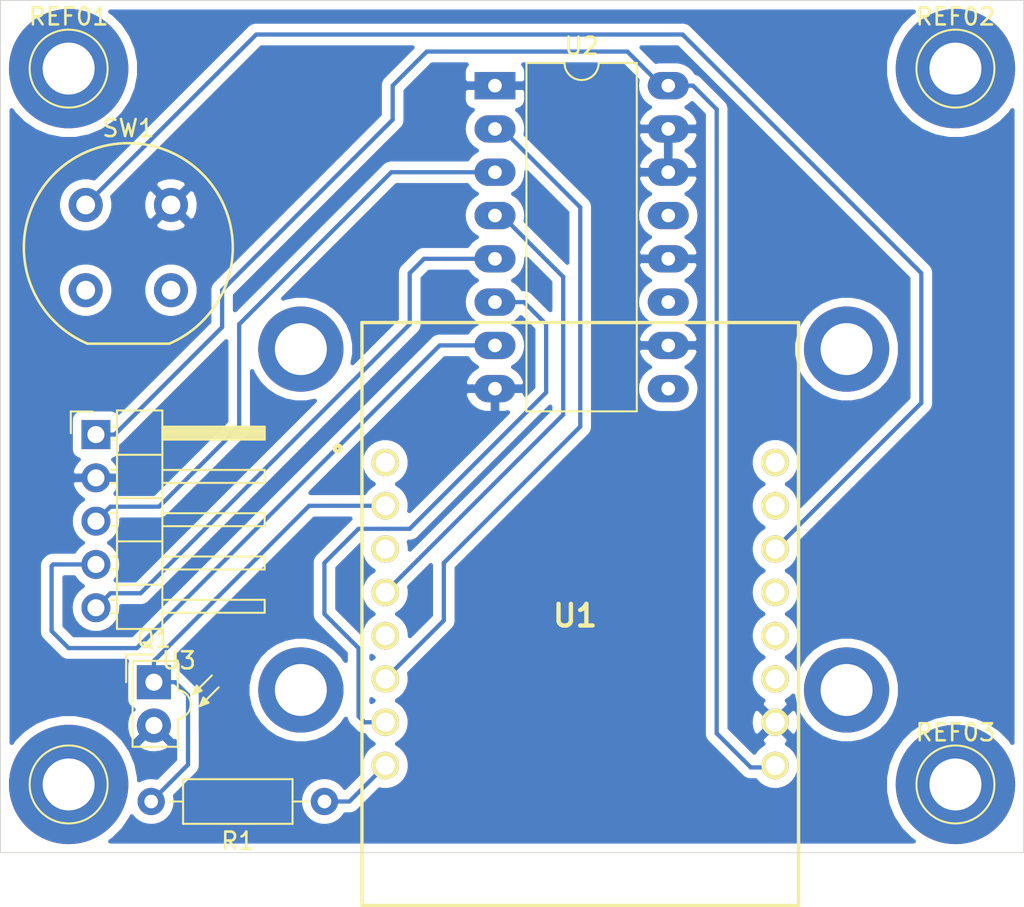
<source format=kicad_pcb>
(kicad_pcb (version 20171130) (host pcbnew "(5.1.2-1)-1")

  (general
    (thickness 1.6)
    (drawings 4)
    (tracks 69)
    (zones 0)
    (modules 10)
    (nets 12)
  )

  (page A4)
  (layers
    (0 F.Cu signal)
    (31 B.Cu signal)
    (32 B.Adhes user)
    (33 F.Adhes user)
    (34 B.Paste user)
    (35 F.Paste user)
    (36 B.SilkS user)
    (37 F.SilkS user)
    (38 B.Mask user)
    (39 F.Mask user)
    (40 Dwgs.User user)
    (41 Cmts.User user)
    (42 Eco1.User user)
    (43 Eco2.User user)
    (44 Edge.Cuts user)
    (45 Margin user)
    (46 B.CrtYd user)
    (47 F.CrtYd user)
    (48 B.Fab user)
    (49 F.Fab user)
  )

  (setup
    (last_trace_width 0.25)
    (trace_clearance 0.2)
    (zone_clearance 0.508)
    (zone_45_only no)
    (trace_min 0.2)
    (via_size 0.8)
    (via_drill 0.4)
    (via_min_size 0.4)
    (via_min_drill 0.3)
    (uvia_size 0.3)
    (uvia_drill 0.1)
    (uvias_allowed no)
    (uvia_min_size 0.2)
    (uvia_min_drill 0.1)
    (edge_width 0.05)
    (segment_width 0.2)
    (pcb_text_width 0.3)
    (pcb_text_size 1.5 1.5)
    (mod_edge_width 0.12)
    (mod_text_size 1 1)
    (mod_text_width 0.15)
    (pad_size 7 7)
    (pad_drill 3.048)
    (pad_to_mask_clearance 0.051)
    (solder_mask_min_width 0.25)
    (aux_axis_origin 0 0)
    (grid_origin 165.1 109.22)
    (visible_elements FFFFFF7F)
    (pcbplotparams
      (layerselection 0x00000_fffffffe)
      (usegerberextensions false)
      (usegerberattributes false)
      (usegerberadvancedattributes false)
      (creategerberjobfile false)
      (excludeedgelayer false)
      (linewidth 0.100000)
      (plotframeref false)
      (viasonmask false)
      (mode 1)
      (useauxorigin false)
      (hpglpennumber 1)
      (hpglpenspeed 20)
      (hpglpendiameter 15.000000)
      (psnegative false)
      (psa4output false)
      (plotreference false)
      (plotvalue false)
      (plotinvisibletext false)
      (padsonsilk true)
      (subtractmaskfromsilk false)
      (outputformat 4)
      (mirror false)
      (drillshape 0)
      (scaleselection 1)
      (outputdirectory ""))
  )

  (net 0 "")
  (net 1 "Net-(Q1-Pad1)")
  (net 2 "Net-(R1-Pad1)")
  (net 3 "Net-(SW1-Pad1)")
  (net 4 "Net-(U1-Pad7)")
  (net 5 "Net-(U1-Pad6)")
  (net 6 "Net-(U1-Pad4)")
  (net 7 "Net-(U2-Pad3)")
  (net 8 "Net-(U2-Pad5)")
  (net 9 "Net-(U2-Pad7)")
  (net 10 GND)
  (net 11 VCC)

  (net_class Default "This is the default net class."
    (clearance 0.2)
    (trace_width 0.25)
    (via_dia 0.8)
    (via_drill 0.4)
    (uvia_dia 0.3)
    (uvia_drill 0.1)
    (add_net GND)
    (add_net "Net-(Q1-Pad1)")
    (add_net "Net-(R1-Pad1)")
    (add_net "Net-(SW1-Pad1)")
    (add_net "Net-(U1-Pad4)")
    (add_net "Net-(U1-Pad6)")
    (add_net "Net-(U1-Pad7)")
    (add_net "Net-(U2-Pad3)")
    (add_net "Net-(U2-Pad5)")
    (add_net "Net-(U2-Pad7)")
    (add_net VCC)
  )

  (module OfficeClock:FC-16-Short (layer F.Cu) (tedit 5CD4BB63) (tstamp 5CD469EB)
    (at 110.1 110.22)
    (path /5CD53206)
    (fp_text reference U3 (at -2.54 -6.27) (layer F.SilkS)
      (effects (font (size 1 1) (thickness 0.15)))
    )
    (fp_text value FC-16 (at -2.54 -7.27) (layer F.Fab)
      (effects (font (size 1 1) (thickness 0.15)))
    )
    (fp_line (start -5.469 -20.883) (end -3.564 -20.883) (layer F.Fab) (width 0.1))
    (fp_line (start -3.564 -20.883) (end -3.564 -8.183) (layer F.Fab) (width 0.1))
    (fp_line (start -3.564 -8.183) (end -6.104 -8.183) (layer F.Fab) (width 0.1))
    (fp_line (start -6.104 -8.183) (end -6.104 -20.248) (layer F.Fab) (width 0.1))
    (fp_line (start -6.104 -20.248) (end -5.469 -20.883) (layer F.Fab) (width 0.1))
    (fp_line (start -7.924 -19.933) (end -6.104 -19.933) (layer F.Fab) (width 0.1))
    (fp_line (start -7.924 -19.933) (end -7.924 -19.293) (layer F.Fab) (width 0.1))
    (fp_line (start -7.924 -19.293) (end -6.104 -19.293) (layer F.Fab) (width 0.1))
    (fp_line (start -3.564 -19.933) (end 2.436 -19.933) (layer F.Fab) (width 0.1))
    (fp_line (start 2.436 -19.933) (end 2.436 -19.293) (layer F.Fab) (width 0.1))
    (fp_line (start -3.564 -19.293) (end 2.436 -19.293) (layer F.Fab) (width 0.1))
    (fp_line (start -7.924 -17.393) (end -6.104 -17.393) (layer F.Fab) (width 0.1))
    (fp_line (start -7.924 -17.393) (end -7.924 -16.753) (layer F.Fab) (width 0.1))
    (fp_line (start -7.924 -16.753) (end -6.104 -16.753) (layer F.Fab) (width 0.1))
    (fp_line (start -3.564 -17.393) (end 2.436 -17.393) (layer F.Fab) (width 0.1))
    (fp_line (start 2.436 -17.393) (end 2.436 -16.753) (layer F.Fab) (width 0.1))
    (fp_line (start -3.564 -16.753) (end 2.436 -16.753) (layer F.Fab) (width 0.1))
    (fp_line (start -7.924 -14.853) (end -6.104 -14.853) (layer F.Fab) (width 0.1))
    (fp_line (start -7.924 -14.853) (end -7.924 -14.213) (layer F.Fab) (width 0.1))
    (fp_line (start -7.924 -14.213) (end -6.104 -14.213) (layer F.Fab) (width 0.1))
    (fp_line (start -3.564 -14.853) (end 2.436 -14.853) (layer F.Fab) (width 0.1))
    (fp_line (start 2.436 -14.853) (end 2.436 -14.213) (layer F.Fab) (width 0.1))
    (fp_line (start -3.564 -14.213) (end 2.436 -14.213) (layer F.Fab) (width 0.1))
    (fp_line (start -7.924 -12.313) (end -6.104 -12.313) (layer F.Fab) (width 0.1))
    (fp_line (start -7.924 -12.313) (end -7.924 -11.673) (layer F.Fab) (width 0.1))
    (fp_line (start -7.924 -11.673) (end -6.104 -11.673) (layer F.Fab) (width 0.1))
    (fp_line (start -3.564 -12.313) (end 2.436 -12.313) (layer F.Fab) (width 0.1))
    (fp_line (start 2.436 -12.313) (end 2.436 -11.673) (layer F.Fab) (width 0.1))
    (fp_line (start -3.564 -11.673) (end 2.436 -11.673) (layer F.Fab) (width 0.1))
    (fp_line (start -7.924 -9.773) (end -6.104 -9.773) (layer F.Fab) (width 0.1))
    (fp_line (start -7.924 -9.773) (end -7.924 -9.133) (layer F.Fab) (width 0.1))
    (fp_line (start -7.924 -9.133) (end -6.104 -9.133) (layer F.Fab) (width 0.1))
    (fp_line (start -3.564 -9.773) (end 2.436 -9.773) (layer F.Fab) (width 0.1))
    (fp_line (start 2.436 -9.773) (end 2.436 -9.133) (layer F.Fab) (width 0.1))
    (fp_line (start -3.564 -9.133) (end 2.436 -9.133) (layer F.Fab) (width 0.1))
    (fp_line (start -6.164 -20.943) (end -6.164 -8.123) (layer F.SilkS) (width 0.12))
    (fp_line (start -6.164 -8.123) (end -3.504 -8.123) (layer F.SilkS) (width 0.12))
    (fp_line (start -3.504 -8.123) (end -3.504 -20.943) (layer F.SilkS) (width 0.12))
    (fp_line (start -3.504 -20.943) (end -6.164 -20.943) (layer F.SilkS) (width 0.12))
    (fp_line (start -3.504 -19.993) (end 2.496 -19.993) (layer F.SilkS) (width 0.12))
    (fp_line (start 2.496 -19.993) (end 2.496 -19.233) (layer F.SilkS) (width 0.12))
    (fp_line (start 2.496 -19.233) (end -3.504 -19.233) (layer F.SilkS) (width 0.12))
    (fp_line (start -3.504 -19.933) (end 2.496 -19.933) (layer F.SilkS) (width 0.12))
    (fp_line (start -3.504 -19.813) (end 2.496 -19.813) (layer F.SilkS) (width 0.12))
    (fp_line (start -3.504 -19.693) (end 2.496 -19.693) (layer F.SilkS) (width 0.12))
    (fp_line (start -3.504 -19.573) (end 2.496 -19.573) (layer F.SilkS) (width 0.12))
    (fp_line (start -3.504 -19.453) (end 2.496 -19.453) (layer F.SilkS) (width 0.12))
    (fp_line (start -3.504 -19.333) (end 2.496 -19.333) (layer F.SilkS) (width 0.12))
    (fp_line (start -6.494 -19.993) (end -6.164 -19.993) (layer F.SilkS) (width 0.12))
    (fp_line (start -6.494 -19.233) (end -6.164 -19.233) (layer F.SilkS) (width 0.12))
    (fp_line (start -6.164 -18.343) (end -3.504 -18.343) (layer F.SilkS) (width 0.12))
    (fp_line (start -3.504 -17.453) (end 2.496 -17.453) (layer F.SilkS) (width 0.12))
    (fp_line (start 2.496 -17.453) (end 2.496 -16.693) (layer F.SilkS) (width 0.12))
    (fp_line (start 2.496 -16.693) (end -3.504 -16.693) (layer F.SilkS) (width 0.12))
    (fp_line (start -6.561071 -17.453) (end -6.164 -17.453) (layer F.SilkS) (width 0.12))
    (fp_line (start -6.561071 -16.693) (end -6.164 -16.693) (layer F.SilkS) (width 0.12))
    (fp_line (start -6.164 -15.803) (end -3.504 -15.803) (layer F.SilkS) (width 0.12))
    (fp_line (start -3.504 -14.913) (end 2.496 -14.913) (layer F.SilkS) (width 0.12))
    (fp_line (start 2.496 -14.913) (end 2.496 -14.153) (layer F.SilkS) (width 0.12))
    (fp_line (start 2.496 -14.153) (end -3.504 -14.153) (layer F.SilkS) (width 0.12))
    (fp_line (start -6.561071 -14.913) (end -6.164 -14.913) (layer F.SilkS) (width 0.12))
    (fp_line (start -6.561071 -14.153) (end -6.164 -14.153) (layer F.SilkS) (width 0.12))
    (fp_line (start -6.164 -13.263) (end -3.504 -13.263) (layer F.SilkS) (width 0.12))
    (fp_line (start -3.504 -12.373) (end 2.496 -12.373) (layer F.SilkS) (width 0.12))
    (fp_line (start 2.496 -12.373) (end 2.496 -11.613) (layer F.SilkS) (width 0.12))
    (fp_line (start 2.496 -11.613) (end -3.504 -11.613) (layer F.SilkS) (width 0.12))
    (fp_line (start -6.561071 -12.373) (end -6.164 -12.373) (layer F.SilkS) (width 0.12))
    (fp_line (start -6.561071 -11.613) (end -6.164 -11.613) (layer F.SilkS) (width 0.12))
    (fp_line (start -6.164 -10.723) (end -3.504 -10.723) (layer F.SilkS) (width 0.12))
    (fp_line (start -3.504 -9.833) (end 2.496 -9.833) (layer F.SilkS) (width 0.12))
    (fp_line (start 2.496 -9.833) (end 2.496 -9.073) (layer F.SilkS) (width 0.12))
    (fp_line (start 2.496 -9.073) (end -3.504 -9.073) (layer F.SilkS) (width 0.12))
    (fp_line (start -6.561071 -9.833) (end -6.164 -9.833) (layer F.SilkS) (width 0.12))
    (fp_line (start -6.561071 -9.073) (end -6.164 -9.073) (layer F.SilkS) (width 0.12))
    (fp_line (start -8.874 -19.613) (end -8.874 -20.883) (layer F.SilkS) (width 0.12))
    (fp_line (start -8.874 -20.883) (end -7.604 -20.883) (layer F.SilkS) (width 0.12))
    (fp_line (start -9.404 -21.413) (end -9.404 -7.663) (layer F.CrtYd) (width 0.05))
    (fp_line (start -9.404 -7.663) (end 2.946 -7.663) (layer F.CrtYd) (width 0.05))
    (fp_line (start 2.946 -7.663) (end 2.946 -21.413) (layer F.CrtYd) (width 0.05))
    (fp_line (start 2.946 -21.413) (end -9.404 -21.413) (layer F.CrtYd) (width 0.05))
    (pad "" thru_hole circle (at 36.616 -4.543) (size 5 5) (drill 3.048) (layers *.Cu *.Mask))
    (pad "" thru_hole circle (at 36.616 -24.543) (size 5 5) (drill 3.048) (layers *.Cu *.Mask))
    (pad "" thru_hole circle (at 4.616 -24.543) (size 5 5) (drill 3.048) (layers *.Cu *.Mask))
    (pad "" thru_hole circle (at 4.616 -4.543) (size 5 5) (drill 3.048) (layers *.Cu *.Mask))
    (pad 1 thru_hole rect (at -7.399 -19.528) (size 1.7 1.7) (drill 1) (layers *.Cu *.Mask)
      (net 11 VCC))
    (pad 2 thru_hole oval (at -7.399 -16.988) (size 1.7 1.7) (drill 1) (layers *.Cu *.Mask)
      (net 10 GND))
    (pad 3 thru_hole oval (at -7.399 -14.448) (size 1.7 1.7) (drill 1) (layers *.Cu *.Mask)
      (net 7 "Net-(U2-Pad3)"))
    (pad 4 thru_hole oval (at -7.399 -11.908) (size 1.7 1.7) (drill 1) (layers *.Cu *.Mask)
      (net 9 "Net-(U2-Pad7)"))
    (pad 5 thru_hole oval (at -7.399 -9.368) (size 1.7 1.7) (drill 1) (layers *.Cu *.Mask)
      (net 8 "Net-(U2-Pad5)"))
  )

  (module Housings_DIP:DIP-16_W10.16mm_LongPads (layer F.Cu) (tedit 59C78D6B) (tstamp 5CD469E8)
    (at 126.1 70.22)
    (descr "16-lead though-hole mounted DIP package, row spacing 10.16 mm (400 mils), LongPads")
    (tags "THT DIP DIL PDIP 2.54mm 10.16mm 400mil LongPads")
    (path /5CD61090)
    (fp_text reference U2 (at 5.08 -2.33) (layer F.SilkS)
      (effects (font (size 1 1) (thickness 0.15)))
    )
    (fp_text value 74HCT367 (at 5.08 20.11) (layer F.Fab)
      (effects (font (size 1 1) (thickness 0.15)))
    )
    (fp_arc (start 5.08 -1.33) (end 4.08 -1.33) (angle -180) (layer F.SilkS) (width 0.12))
    (fp_line (start 2.905 -1.27) (end 8.255 -1.27) (layer F.Fab) (width 0.1))
    (fp_line (start 8.255 -1.27) (end 8.255 19.05) (layer F.Fab) (width 0.1))
    (fp_line (start 8.255 19.05) (end 1.905 19.05) (layer F.Fab) (width 0.1))
    (fp_line (start 1.905 19.05) (end 1.905 -0.27) (layer F.Fab) (width 0.1))
    (fp_line (start 1.905 -0.27) (end 2.905 -1.27) (layer F.Fab) (width 0.1))
    (fp_line (start 4.08 -1.33) (end 1.845 -1.33) (layer F.SilkS) (width 0.12))
    (fp_line (start 1.845 -1.33) (end 1.845 19.11) (layer F.SilkS) (width 0.12))
    (fp_line (start 1.845 19.11) (end 8.315 19.11) (layer F.SilkS) (width 0.12))
    (fp_line (start 8.315 19.11) (end 8.315 -1.33) (layer F.SilkS) (width 0.12))
    (fp_line (start 8.315 -1.33) (end 6.08 -1.33) (layer F.SilkS) (width 0.12))
    (fp_line (start -1.5 -1.55) (end -1.5 19.3) (layer F.CrtYd) (width 0.05))
    (fp_line (start -1.5 19.3) (end 11.65 19.3) (layer F.CrtYd) (width 0.05))
    (fp_line (start 11.65 19.3) (end 11.65 -1.55) (layer F.CrtYd) (width 0.05))
    (fp_line (start 11.65 -1.55) (end -1.5 -1.55) (layer F.CrtYd) (width 0.05))
    (fp_text user %R (at 5.08 8.89) (layer F.Fab)
      (effects (font (size 1 1) (thickness 0.15)))
    )
    (pad 1 thru_hole rect (at 0 0) (size 2.4 1.6) (drill 0.8) (layers *.Cu *.Mask)
      (net 10 GND))
    (pad 9 thru_hole oval (at 10.16 17.78) (size 2.4 1.6) (drill 0.8) (layers *.Cu *.Mask))
    (pad 2 thru_hole oval (at 0 2.54) (size 2.4 1.6) (drill 0.8) (layers *.Cu *.Mask)
      (net 5 "Net-(U1-Pad6)"))
    (pad 10 thru_hole oval (at 10.16 15.24) (size 2.4 1.6) (drill 0.8) (layers *.Cu *.Mask)
      (net 10 GND))
    (pad 3 thru_hole oval (at 0 5.08) (size 2.4 1.6) (drill 0.8) (layers *.Cu *.Mask)
      (net 7 "Net-(U2-Pad3)"))
    (pad 11 thru_hole oval (at 10.16 12.7) (size 2.4 1.6) (drill 0.8) (layers *.Cu *.Mask))
    (pad 4 thru_hole oval (at 0 7.62) (size 2.4 1.6) (drill 0.8) (layers *.Cu *.Mask)
      (net 6 "Net-(U1-Pad4)"))
    (pad 12 thru_hole oval (at 10.16 10.16) (size 2.4 1.6) (drill 0.8) (layers *.Cu *.Mask)
      (net 10 GND))
    (pad 5 thru_hole oval (at 0 10.16) (size 2.4 1.6) (drill 0.8) (layers *.Cu *.Mask)
      (net 8 "Net-(U2-Pad5)"))
    (pad 13 thru_hole oval (at 10.16 7.62) (size 2.4 1.6) (drill 0.8) (layers *.Cu *.Mask))
    (pad 6 thru_hole oval (at 0 12.7) (size 2.4 1.6) (drill 0.8) (layers *.Cu *.Mask)
      (net 4 "Net-(U1-Pad7)"))
    (pad 14 thru_hole oval (at 10.16 5.08) (size 2.4 1.6) (drill 0.8) (layers *.Cu *.Mask)
      (net 10 GND))
    (pad 7 thru_hole oval (at 0 15.24) (size 2.4 1.6) (drill 0.8) (layers *.Cu *.Mask)
      (net 9 "Net-(U2-Pad7)"))
    (pad 15 thru_hole oval (at 10.16 2.54) (size 2.4 1.6) (drill 0.8) (layers *.Cu *.Mask)
      (net 10 GND))
    (pad 8 thru_hole oval (at 0 17.78) (size 2.4 1.6) (drill 0.8) (layers *.Cu *.Mask)
      (net 10 GND))
    (pad 16 thru_hole oval (at 10.16 0) (size 2.4 1.6) (drill 0.8) (layers *.Cu *.Mask)
      (net 11 VCC))
    (model ${KISYS3DMOD}/Housings_DIP.3dshapes/DIP-16_W10.16mm.wrl
      (at (xyz 0 0 0))
      (scale (xyz 1 1 1))
      (rotate (xyz 0 0 0))
    )
  )

  (module Connectors:1pin (layer F.Cu) (tedit 5CD4CA6B) (tstamp 5CD4A312)
    (at 153.1 69.22)
    (descr "module 1 pin (ou trou mecanique de percage)")
    (tags DEV)
    (fp_text reference REF02 (at 0 -3.048) (layer F.SilkS)
      (effects (font (size 1 1) (thickness 0.15)))
    )
    (fp_text value 1pin (at 0 3) (layer F.Fab)
      (effects (font (size 1 1) (thickness 0.15)))
    )
    (fp_circle (center 0 0) (end 2 0.8) (layer F.Fab) (width 0.1))
    (fp_circle (center 0 0) (end 2.6 0) (layer F.CrtYd) (width 0.05))
    (fp_circle (center 0 0) (end 0 -2.286) (layer F.SilkS) (width 0.12))
    (pad 1 thru_hole circle (at 0 0) (size 7 7) (drill 3.048) (layers *.Cu *.Mask))
  )

  (module Connectors:1pin (layer F.Cu) (tedit 5CD4BA71) (tstamp 5CD4A2EB)
    (at 153.1 111.22)
    (descr "module 1 pin (ou trou mecanique de percage)")
    (tags DEV)
    (fp_text reference REF03 (at 0 -3.048) (layer F.SilkS)
      (effects (font (size 1 1) (thickness 0.15)))
    )
    (fp_text value 1pin (at 0 3) (layer F.Fab)
      (effects (font (size 1 1) (thickness 0.15)))
    )
    (fp_circle (center 0 0) (end 2 0.8) (layer F.Fab) (width 0.1))
    (fp_circle (center 0 0) (end 2.6 0) (layer F.CrtYd) (width 0.05))
    (fp_circle (center 0 0) (end 0 -2.286) (layer F.SilkS) (width 0.12))
    (pad 1 thru_hole circle (at 0 0) (size 7 7) (drill 3.048) (layers *.Cu *.Mask))
  )

  (module Connectors:1pin (layer F.Cu) (tedit 5CD4CA7F) (tstamp 5CD4A2C4)
    (at 101.1 111.22)
    (descr "module 1 pin (ou trou mecanique de percage)")
    (tags DEV)
    (fp_text reference REF04 (at 0 -3.048) (layer F.SilkS) hide
      (effects (font (size 1 1) (thickness 0.15)))
    )
    (fp_text value 1pin (at 0 3) (layer F.Fab) hide
      (effects (font (size 1 1) (thickness 0.15)))
    )
    (fp_circle (center 0 0) (end 2 0.8) (layer F.Fab) (width 0.1))
    (fp_circle (center 0 0) (end 2.6 0) (layer F.CrtYd) (width 0.05))
    (fp_circle (center 0 0) (end 0 -2.286) (layer F.SilkS) (width 0.12))
    (pad 1 thru_hole circle (at 0 0) (size 7 7) (drill 3.048) (layers *.Cu *.Mask))
  )

  (module Connectors:1pin (layer F.Cu) (tedit 5CD4CA72) (tstamp 5CD4A29D)
    (at 101.1 69.22)
    (descr "module 1 pin (ou trou mecanique de percage)")
    (tags DEV)
    (fp_text reference REF01 (at 0 -3.048) (layer F.SilkS)
      (effects (font (size 1 1) (thickness 0.15)))
    )
    (fp_text value 1pin (at 0 3) (layer F.Fab)
      (effects (font (size 1 1) (thickness 0.15)))
    )
    (fp_circle (center 0 0) (end 2 0.8) (layer F.Fab) (width 0.1))
    (fp_circle (center 0 0) (end 2.6 0) (layer F.CrtYd) (width 0.05))
    (fp_circle (center 0 0) (end 0 -2.286) (layer F.SilkS) (width 0.12))
    (pad 1 thru_hole circle (at 0 0) (size 7 7) (drill 3.048) (layers *.Cu *.Mask))
  )

  (module Opto-Devices:PhotoTransistor_Osram_LPT80A (layer F.Cu) (tedit 5CD46EFA) (tstamp 5CD469C2)
    (at 106.1 105.22)
    (descr "PhotoTransistor, sidelooker package, RM2.54")
    (tags "PhotoTransistor sidelooker package RM2.54")
    (path /5CD5CAF1)
    (fp_text reference Q1 (at 0 -2.54) (layer F.SilkS)
      (effects (font (size 1 1) (thickness 0.15)))
    )
    (fp_text value BP103B (at 0 5.08) (layer F.Fab)
      (effects (font (size 1 1) (thickness 0.15)))
    )
    (fp_line (start 1.53 2.28) (end 1.53 3.92) (layer F.CrtYd) (width 0.05))
    (fp_line (start 2.8 1.2) (end 3 1) (layer F.SilkS) (width 0.12))
    (fp_line (start 3 1) (end 3.1 1.2) (layer F.SilkS) (width 0.12))
    (fp_line (start 3.1 1.2) (end 2.9 1.2) (layer F.SilkS) (width 0.12))
    (fp_line (start 2.7 1.4) (end 2.9 0.9) (layer F.SilkS) (width 0.12))
    (fp_line (start 2.9 0.9) (end 3.2 1.2) (layer F.SilkS) (width 0.12))
    (fp_line (start 3.2 1.2) (end 2.7 1.4) (layer F.SilkS) (width 0.12))
    (fp_line (start 2.7 1.4) (end 3.8 0.3) (layer F.SilkS) (width 0.12))
    (fp_line (start 2.6 0.3) (end 2.4 0.5) (layer F.SilkS) (width 0.12))
    (fp_line (start 2.4 0.5) (end 2.6 0.5) (layer F.SilkS) (width 0.12))
    (fp_line (start 2.6 0.5) (end 2.7 0.4) (layer F.SilkS) (width 0.12))
    (fp_line (start 2.5 0.2) (end 2.8 0.5) (layer F.SilkS) (width 0.12))
    (fp_line (start 2.8 0.5) (end 2.3 0.7) (layer F.SilkS) (width 0.12))
    (fp_line (start 3.4 -0.4) (end 2.3 0.7) (layer F.SilkS) (width 0.12))
    (fp_line (start 2.3 0.7) (end 2.5 0.2) (layer F.SilkS) (width 0.12))
    (fp_line (start 1.4 -1.25) (end 1.4 0.45) (layer F.SilkS) (width 0.12))
    (fp_arc (start 1.3 1.3) (end 2.15 1.2) (angle 90) (layer F.SilkS) (width 0.12))
    (fp_arc (start 1.3 1.3) (end 1.4 0.45) (angle 90) (layer F.SilkS) (width 0.12))
    (fp_arc (start 1.3 1.3) (end 2 1.3) (angle 90) (layer F.Fab) (width 0.12))
    (fp_arc (start 1.3 1.3) (end 1.3 0.6) (angle 90) (layer F.Fab) (width 0.12))
    (fp_line (start 1.28 3.47) (end 1.28 2) (layer F.Fab) (width 0.1))
    (fp_line (start -1.63 0) (end -1.63 -1.63) (layer F.SilkS) (width 0.12))
    (fp_line (start -1.6 -1.63) (end 0 -1.63) (layer F.SilkS) (width 0.12))
    (fp_text user %R (at 0.2 1.3 90) (layer F.Fab)
      (effects (font (size 1 1) (thickness 0.15)))
    )
    (fp_line (start -1.38 -1.38) (end 1.53 -1.38) (layer F.CrtYd) (width 0.05))
    (fp_line (start 1.53 -1.38) (end 1.53 2.28) (layer F.CrtYd) (width 0.05))
    (fp_line (start 1.53 3.92) (end -1.38 3.92) (layer F.CrtYd) (width 0.05))
    (fp_line (start -1.38 3.92) (end -1.38 -1.38) (layer F.CrtYd) (width 0.05))
    (fp_line (start -1.25 -1.25) (end 1.4 -1.25) (layer F.SilkS) (width 0.12))
    (fp_line (start 1.4 2.15) (end 1.4 3.79) (layer F.SilkS) (width 0.12))
    (fp_line (start 1.395 3.79) (end -1.25 3.79) (layer F.SilkS) (width 0.12))
    (fp_line (start -1.25 3.79) (end -1.25 -1.25) (layer F.SilkS) (width 0.12))
    (fp_line (start -1.03 -0.93) (end 1.28 -0.93) (layer F.Fab) (width 0.1))
    (fp_line (start 1.28 -0.93) (end 1.28 0.6) (layer F.Fab) (width 0.1))
    (fp_line (start 1.28 3.47) (end -1.03 3.47) (layer F.Fab) (width 0.1))
    (fp_line (start -1.03 3.47) (end -1.03 -0.93) (layer F.Fab) (width 0.1))
    (pad 2 thru_hole circle (at 0 2.54 180) (size 2 2) (drill 1) (layers *.Cu *.Mask)
      (net 10 GND))
    (pad 1 thru_hole rect (at 0 0 180) (size 2 2) (drill 1) (layers *.Cu *.Mask)
      (net 1 "Net-(Q1-Pad1)"))
    (model ${KISYS3DMOD}/Opto-Devices.3dshapes/PhotoTransistor_Osram_LPT80A.wrl
      (at (xyz 0 0 0))
      (scale (xyz 1 1 1))
      (rotate (xyz 0 0 0))
    )
  )

  (module D1_Mini:D1-MINI (layer F.Cu) (tedit 5A3A1649) (tstamp 5CD469E5)
    (at 131.1 101.22)
    (descr D1-Mini)
    (tags "Undefined or Miscellaneous")
    (path /5CD37896)
    (fp_text reference U1 (at -0.306 0.098) (layer F.SilkS)
      (effects (font (size 1.27 1.27) (thickness 0.254)))
    )
    (fp_text value WeMos_D1_mini (at -0.306 0.098) (layer F.SilkS) hide
      (effects (font (size 1.27 1.27) (thickness 0.254)))
    )
    (fp_circle (center -14.225 -9.712) (end -14.39892 -9.712) (layer F.SilkS) (width 0.254))
    (fp_line (start 12.8 17.1) (end -12.8 17.1) (layer F.SilkS) (width 0.2))
    (fp_line (start 12.8 -17.1) (end 12.8 17.1) (layer F.SilkS) (width 0.2))
    (fp_line (start -12.8 -17.1) (end 12.8 -17.1) (layer F.SilkS) (width 0.2))
    (fp_line (start -12.8 17.1) (end -12.8 -17.1) (layer F.SilkS) (width 0.2))
    (fp_line (start -12.8 17.1) (end -12.8 -17.1) (layer Dwgs.User) (width 0.2))
    (fp_line (start 12.8 17.1) (end -12.8 17.1) (layer Dwgs.User) (width 0.2))
    (fp_line (start 12.8 -17.1) (end 12.8 17.1) (layer Dwgs.User) (width 0.2))
    (fp_line (start -12.8 -17.1) (end 12.8 -17.1) (layer Dwgs.User) (width 0.2))
    (pad 16 thru_hole circle (at 11.43 -8.89 90) (size 1.61 1.61) (drill 1.11) (layers *.Cu *.Mask F.SilkS))
    (pad 15 thru_hole circle (at 11.43 -6.35 90) (size 1.61 1.61) (drill 1.11) (layers *.Cu *.Mask F.SilkS))
    (pad 14 thru_hole circle (at 11.43 -3.81 90) (size 1.61 1.61) (drill 1.11) (layers *.Cu *.Mask F.SilkS)
      (net 3 "Net-(SW1-Pad1)"))
    (pad 13 thru_hole circle (at 11.43 -1.27 90) (size 1.61 1.61) (drill 1.11) (layers *.Cu *.Mask F.SilkS))
    (pad 12 thru_hole circle (at 11.43 1.27 90) (size 1.61 1.61) (drill 1.11) (layers *.Cu *.Mask F.SilkS))
    (pad 11 thru_hole circle (at 11.43 3.81 90) (size 1.61 1.61) (drill 1.11) (layers *.Cu *.Mask F.SilkS))
    (pad 10 thru_hole circle (at 11.43 6.35 90) (size 1.61 1.61) (drill 1.11) (layers *.Cu *.Mask F.SilkS)
      (net 10 GND))
    (pad 9 thru_hole circle (at 11.43 8.89 90) (size 1.61 1.61) (drill 1.11) (layers *.Cu *.Mask F.SilkS)
      (net 11 VCC))
    (pad 8 thru_hole circle (at -11.43 8.89 90) (size 1.61 1.61) (drill 1.11) (layers *.Cu *.Mask F.SilkS)
      (net 2 "Net-(R1-Pad1)"))
    (pad 7 thru_hole circle (at -11.43 6.35 90) (size 1.61 1.61) (drill 1.11) (layers *.Cu *.Mask F.SilkS)
      (net 4 "Net-(U1-Pad7)"))
    (pad 6 thru_hole circle (at -11.43 3.81 90) (size 1.61 1.61) (drill 1.11) (layers *.Cu *.Mask F.SilkS)
      (net 5 "Net-(U1-Pad6)"))
    (pad 5 thru_hole circle (at -11.43 1.27 90) (size 1.61 1.61) (drill 1.11) (layers *.Cu *.Mask F.SilkS))
    (pad 4 thru_hole circle (at -11.43 -1.27 90) (size 1.61 1.61) (drill 1.11) (layers *.Cu *.Mask F.SilkS)
      (net 6 "Net-(U1-Pad4)"))
    (pad 3 thru_hole circle (at -11.43 -3.81 90) (size 1.61 1.61) (drill 1.11) (layers *.Cu *.Mask F.SilkS))
    (pad 2 thru_hole circle (at -11.43 -6.35 90) (size 1.61 1.61) (drill 1.11) (layers *.Cu *.Mask F.SilkS)
      (net 1 "Net-(Q1-Pad1)"))
    (pad 1 thru_hole circle (at -11.43 -8.89 90) (size 1.61 1.61) (drill 1.11) (layers *.Cu *.Mask F.SilkS))
  )

  (module Buttons_Switches_THT:Push_E-Switch_KS01Q01 (layer F.Cu) (tedit 592454DE) (tstamp 5CD469C8)
    (at 102.1 77.22)
    (descr "E-Switch KS01Q01 http://spec_sheets.e-switch.com/specs/29-KS01Q01.pdf")
    (tags "Push Button")
    (path /5CD5BB7B)
    (fp_text reference SW1 (at 2.5 -4.5) (layer F.SilkS)
      (effects (font (size 1 1) (thickness 0.15)))
    )
    (fp_text value SW_Push (at 2.5 9.5) (layer F.Fab)
      (effects (font (size 1 1) (thickness 0.15)))
    )
    (fp_line (start 0.04 8.39) (end 5.06 8.39) (layer F.CrtYd) (width 0.05))
    (fp_arc (start 2.55 2.5) (end 0.04 8.39) (angle 313.8378348) (layer F.CrtYd) (width 0.05))
    (fp_line (start 0.11 8) (end 4.89 8) (layer F.Fab) (width 0.1))
    (fp_arc (start 2.5 2.5) (end 0.11 8) (angle 313) (layer F.Fab) (width 0.1))
    (fp_text user %R (at 2.5 2.5) (layer F.Fab)
      (effects (font (size 1 1) (thickness 0.15)))
    )
    (fp_line (start 4.89 8.14) (end 0.11 8.14) (layer F.SilkS) (width 0.15))
    (fp_arc (start 2.5 2.5) (end 0.11 8.14) (angle 314) (layer F.SilkS) (width 0.15))
    (pad 1 thru_hole circle (at 0 0) (size 2 2) (drill 1.1) (layers *.Cu *.Mask)
      (net 3 "Net-(SW1-Pad1)"))
    (pad 2 thru_hole circle (at 5 0) (size 2 2) (drill 1.1) (layers *.Cu *.Mask)
      (net 10 GND))
    (pad 4 thru_hole circle (at 5 5) (size 2 2) (drill 1.1) (layers *.Cu *.Mask))
    (pad 3 thru_hole circle (at 0 5) (size 2 2) (drill 1.1) (layers *.Cu *.Mask))
    (model ${KISYS3DMOD}/Buttons_Switches_THT.3dshapes/Push_E-Switch_KS01Q01.wrl
      (offset (xyz 2.539999961853027 -2.539999961853027 0))
      (scale (xyz 1 1 1))
      (rotate (xyz 0 0 0))
    )
  )

  (module Resistors_THT:R_Axial_DIN0207_L6.3mm_D2.5mm_P10.16mm_Horizontal (layer F.Cu) (tedit 5874F706) (tstamp 5CD469C5)
    (at 116.1 112.22 180)
    (descr "Resistor, Axial_DIN0207 series, Axial, Horizontal, pin pitch=10.16mm, 0.25W = 1/4W, length*diameter=6.3*2.5mm^2, http://cdn-reichelt.de/documents/datenblatt/B400/1_4W%23YAG.pdf")
    (tags "Resistor Axial_DIN0207 series Axial Horizontal pin pitch 10.16mm 0.25W = 1/4W length 6.3mm diameter 2.5mm")
    (path /5CD5DA30)
    (fp_text reference R1 (at 5.08 -2.31) (layer F.SilkS)
      (effects (font (size 1 1) (thickness 0.15)))
    )
    (fp_text value R_US (at 5.08 2.31) (layer F.Fab)
      (effects (font (size 1 1) (thickness 0.15)))
    )
    (fp_line (start 1.93 -1.25) (end 1.93 1.25) (layer F.Fab) (width 0.1))
    (fp_line (start 1.93 1.25) (end 8.23 1.25) (layer F.Fab) (width 0.1))
    (fp_line (start 8.23 1.25) (end 8.23 -1.25) (layer F.Fab) (width 0.1))
    (fp_line (start 8.23 -1.25) (end 1.93 -1.25) (layer F.Fab) (width 0.1))
    (fp_line (start 0 0) (end 1.93 0) (layer F.Fab) (width 0.1))
    (fp_line (start 10.16 0) (end 8.23 0) (layer F.Fab) (width 0.1))
    (fp_line (start 1.87 -1.31) (end 1.87 1.31) (layer F.SilkS) (width 0.12))
    (fp_line (start 1.87 1.31) (end 8.29 1.31) (layer F.SilkS) (width 0.12))
    (fp_line (start 8.29 1.31) (end 8.29 -1.31) (layer F.SilkS) (width 0.12))
    (fp_line (start 8.29 -1.31) (end 1.87 -1.31) (layer F.SilkS) (width 0.12))
    (fp_line (start 0.98 0) (end 1.87 0) (layer F.SilkS) (width 0.12))
    (fp_line (start 9.18 0) (end 8.29 0) (layer F.SilkS) (width 0.12))
    (fp_line (start -1.05 -1.6) (end -1.05 1.6) (layer F.CrtYd) (width 0.05))
    (fp_line (start -1.05 1.6) (end 11.25 1.6) (layer F.CrtYd) (width 0.05))
    (fp_line (start 11.25 1.6) (end 11.25 -1.6) (layer F.CrtYd) (width 0.05))
    (fp_line (start 11.25 -1.6) (end -1.05 -1.6) (layer F.CrtYd) (width 0.05))
    (pad 1 thru_hole circle (at 0 0 180) (size 1.6 1.6) (drill 0.8) (layers *.Cu *.Mask)
      (net 2 "Net-(R1-Pad1)"))
    (pad 2 thru_hole oval (at 10.16 0 180) (size 1.6 1.6) (drill 0.8) (layers *.Cu *.Mask)
      (net 1 "Net-(Q1-Pad1)"))
    (model ${KISYS3DMOD}/Resistors_THT.3dshapes/R_Axial_DIN0207_L6.3mm_D2.5mm_P10.16mm_Horizontal.wrl
      (at (xyz 0 0 0))
      (scale (xyz 0.393701 0.393701 0.393701))
      (rotate (xyz 0 0 0))
    )
  )

  (gr_line (start 97.1 115.22) (end 97.1 65.22) (layer Edge.Cuts) (width 0.05) (tstamp 5CD4B199))
  (gr_line (start 157.1 115.22) (end 97.1 115.22) (layer Edge.Cuts) (width 0.05))
  (gr_line (start 157.1 65.22) (end 157.1 115.22) (layer Edge.Cuts) (width 0.05))
  (gr_line (start 97.1 65.22) (end 157.1 65.22) (layer Edge.Cuts) (width 0.05))

  (segment (start 106.1 103.97) (end 106.1 105.22) (width 0.25) (layer B.Cu) (net 1))
  (segment (start 115.2 94.87) (end 106.1 103.97) (width 0.25) (layer B.Cu) (net 1))
  (segment (start 119.67 94.87) (end 115.2 94.87) (width 0.25) (layer B.Cu) (net 1))
  (segment (start 108.1 110.06) (end 105.94 112.22) (width 0.25) (layer B.Cu) (net 1))
  (segment (start 108.1 105.97) (end 108.1 110.06) (width 0.25) (layer B.Cu) (net 1))
  (segment (start 107.35 105.22) (end 108.1 105.97) (width 0.25) (layer B.Cu) (net 1))
  (segment (start 106.1 105.22) (end 107.35 105.22) (width 0.25) (layer B.Cu) (net 1))
  (segment (start 117.56 112.22) (end 119.67 110.11) (width 0.25) (layer B.Cu) (net 2))
  (segment (start 116.1 112.22) (end 117.56 112.22) (width 0.25) (layer B.Cu) (net 2))
  (segment (start 137.1 67.22) (end 151.1 81.22) (width 0.25) (layer B.Cu) (net 3))
  (segment (start 112.1 67.22) (end 137.1 67.22) (width 0.25) (layer B.Cu) (net 3))
  (segment (start 151.1 88.84) (end 142.53 97.41) (width 0.25) (layer B.Cu) (net 3))
  (segment (start 151.1 81.22) (end 151.1 88.84) (width 0.25) (layer B.Cu) (net 3))
  (segment (start 102.1 77.22) (end 112.1 67.22) (width 0.25) (layer B.Cu) (net 3))
  (segment (start 127.8 82.92) (end 126.1 82.92) (width 0.25) (layer B.Cu) (net 4))
  (segment (start 129.1 84.22) (end 127.8 82.92) (width 0.25) (layer B.Cu) (net 4))
  (segment (start 129.1 88.22) (end 129.1 84.22) (width 0.25) (layer B.Cu) (net 4))
  (segment (start 121.1 96.22) (end 129.1 88.22) (width 0.25) (layer B.Cu) (net 4))
  (segment (start 116.1 98.22) (end 118.1 96.22) (width 0.25) (layer B.Cu) (net 4))
  (segment (start 118.1 103.22) (end 116.1 101.22) (width 0.25) (layer B.Cu) (net 4))
  (segment (start 118.1 107.22) (end 118.1 103.22) (width 0.25) (layer B.Cu) (net 4))
  (segment (start 116.1 101.22) (end 116.1 98.22) (width 0.25) (layer B.Cu) (net 4))
  (segment (start 118.1 96.22) (end 121.1 96.22) (width 0.25) (layer B.Cu) (net 4))
  (segment (start 118.45 107.57) (end 118.1 107.22) (width 0.25) (layer B.Cu) (net 4))
  (segment (start 119.67 107.57) (end 118.45 107.57) (width 0.25) (layer B.Cu) (net 4))
  (segment (start 126.5 72.76) (end 126.1 72.76) (width 0.25) (layer B.Cu) (net 5))
  (segment (start 131.1 77.36) (end 126.5 72.76) (width 0.25) (layer B.Cu) (net 5))
  (segment (start 131.1 90.22) (end 131.1 77.36) (width 0.25) (layer B.Cu) (net 5))
  (segment (start 123.1 98.22) (end 131.1 90.22) (width 0.25) (layer B.Cu) (net 5))
  (segment (start 123.1 101.6) (end 123.1 98.22) (width 0.25) (layer B.Cu) (net 5))
  (segment (start 119.67 105.03) (end 123.1 101.6) (width 0.25) (layer B.Cu) (net 5))
  (segment (start 126.5 77.84) (end 126.1 77.84) (width 0.25) (layer B.Cu) (net 6))
  (segment (start 130.1 89.52) (end 130.1 81.44) (width 0.25) (layer B.Cu) (net 6))
  (segment (start 130.1 81.44) (end 126.5 77.84) (width 0.25) (layer B.Cu) (net 6))
  (segment (start 119.67 99.95) (end 130.1 89.52) (width 0.25) (layer B.Cu) (net 6))
  (segment (start 120.02 75.3) (end 126.1 75.3) (width 0.25) (layer B.Cu) (net 7))
  (segment (start 111.1 84.22) (end 120.02 75.3) (width 0.25) (layer B.Cu) (net 7))
  (segment (start 106.397999 94.922001) (end 111.1 90.22) (width 0.25) (layer B.Cu) (net 7))
  (segment (start 103.550999 94.922001) (end 106.397999 94.922001) (width 0.25) (layer B.Cu) (net 7))
  (segment (start 111.1 90.22) (end 111.1 84.22) (width 0.25) (layer B.Cu) (net 7))
  (segment (start 102.701 95.772) (end 103.550999 94.922001) (width 0.25) (layer B.Cu) (net 7))
  (segment (start 121.94 80.38) (end 126.1 80.38) (width 0.25) (layer B.Cu) (net 8))
  (segment (start 102.701 100.852) (end 103.550999 100.002001) (width 0.25) (layer B.Cu) (net 8))
  (segment (start 121.1 81.22) (end 121.94 80.38) (width 0.25) (layer B.Cu) (net 8))
  (segment (start 121.1 84.22) (end 121.1 81.22) (width 0.25) (layer B.Cu) (net 8))
  (segment (start 105.317999 100.002001) (end 121.1 84.22) (width 0.25) (layer B.Cu) (net 8))
  (segment (start 103.550999 100.002001) (end 105.317999 100.002001) (width 0.25) (layer B.Cu) (net 8))
  (segment (start 122.86 85.46) (end 126.1 85.46) (width 0.25) (layer B.Cu) (net 9))
  (segment (start 105.1 103.22) (end 122.86 85.46) (width 0.25) (layer B.Cu) (net 9))
  (segment (start 101.1 103.22) (end 105.1 103.22) (width 0.25) (layer B.Cu) (net 9))
  (segment (start 100.192 98.312) (end 100.1 98.404) (width 0.25) (layer B.Cu) (net 9))
  (segment (start 100.1 102.22) (end 101.1 103.22) (width 0.25) (layer B.Cu) (net 9))
  (segment (start 100.1 98.404) (end 100.1 102.22) (width 0.25) (layer B.Cu) (net 9))
  (segment (start 102.701 98.312) (end 100.192 98.312) (width 0.25) (layer B.Cu) (net 9))
  (segment (start 135.86 70.22) (end 136.26 70.22) (width 0.25) (layer B.Cu) (net 11))
  (segment (start 122.1 68.22) (end 133.86 68.22) (width 0.25) (layer B.Cu) (net 11))
  (segment (start 102.701 90.692) (end 103.801 90.692) (width 0.25) (layer B.Cu) (net 11))
  (segment (start 120.1 72.22) (end 120.1 70.22) (width 0.25) (layer B.Cu) (net 11))
  (segment (start 110.1 82.22) (end 120.1 72.22) (width 0.25) (layer B.Cu) (net 11))
  (segment (start 110.1 84.393) (end 110.1 82.22) (width 0.25) (layer B.Cu) (net 11))
  (segment (start 133.86 68.22) (end 135.86 70.22) (width 0.25) (layer B.Cu) (net 11))
  (segment (start 120.1 70.22) (end 122.1 68.22) (width 0.25) (layer B.Cu) (net 11))
  (segment (start 103.801 90.692) (end 110.1 84.393) (width 0.25) (layer B.Cu) (net 11))
  (segment (start 142.42 110.22) (end 142.53 110.11) (width 0.25) (layer B.Cu) (net 11))
  (segment (start 137.71 70.22) (end 139.1 71.61) (width 0.25) (layer B.Cu) (net 11))
  (segment (start 141.1 110.22) (end 142.42 110.22) (width 0.25) (layer B.Cu) (net 11))
  (segment (start 139.1 108.22) (end 141.1 110.22) (width 0.25) (layer B.Cu) (net 11))
  (segment (start 139.1 71.61) (end 139.1 108.22) (width 0.25) (layer B.Cu) (net 11))
  (segment (start 136.26 70.22) (end 137.71 70.22) (width 0.25) (layer B.Cu) (net 11))

  (zone (net 10) (net_name GND) (layer B.Cu) (tstamp 5CDF60C6) (hatch edge 0.508)
    (connect_pads (clearance 0.508))
    (min_thickness 0.254)
    (fill yes (arc_segments 32) (thermal_gap 0.508) (thermal_bridge_width 0.508))
    (polygon
      (pts
        (xy 97.1 65.22) (xy 157.1 65.22) (xy 157.1 115.22) (xy 97.1 115.22)
      )
    )
    (filled_polygon
      (pts
        (xy 150.464091 66.008136) (xy 149.888136 66.584091) (xy 149.435611 67.261343) (xy 149.123906 68.013865) (xy 148.965 68.812738)
        (xy 148.965 69.627262) (xy 149.123906 70.426135) (xy 149.435611 71.178657) (xy 149.888136 71.855909) (xy 150.464091 72.431864)
        (xy 151.141343 72.884389) (xy 151.893865 73.196094) (xy 152.692738 73.355) (xy 153.507262 73.355) (xy 154.306135 73.196094)
        (xy 155.058657 72.884389) (xy 155.735909 72.431864) (xy 156.311864 71.855909) (xy 156.44 71.66414) (xy 156.440001 108.775862)
        (xy 156.311864 108.584091) (xy 155.735909 108.008136) (xy 155.058657 107.555611) (xy 154.306135 107.243906) (xy 153.507262 107.085)
        (xy 152.692738 107.085) (xy 151.893865 107.243906) (xy 151.141343 107.555611) (xy 150.464091 108.008136) (xy 149.888136 108.584091)
        (xy 149.435611 109.261343) (xy 149.123906 110.013865) (xy 148.965 110.812738) (xy 148.965 111.627262) (xy 149.123906 112.426135)
        (xy 149.435611 113.178657) (xy 149.888136 113.855909) (xy 150.464091 114.431864) (xy 150.65586 114.56) (xy 103.54414 114.56)
        (xy 103.735909 114.431864) (xy 104.311864 113.855909) (xy 104.764389 113.178657) (xy 104.799938 113.092834) (xy 104.920392 113.239608)
        (xy 105.138899 113.418932) (xy 105.388192 113.552182) (xy 105.658691 113.634236) (xy 105.869508 113.655) (xy 106.010492 113.655)
        (xy 106.221309 113.634236) (xy 106.491808 113.552182) (xy 106.741101 113.418932) (xy 106.959608 113.239608) (xy 107.138932 113.021101)
        (xy 107.272182 112.771808) (xy 107.354236 112.501309) (xy 107.381943 112.22) (xy 107.354236 111.938691) (xy 107.340708 111.894094)
        (xy 108.611003 110.623799) (xy 108.640001 110.600001) (xy 108.734974 110.484276) (xy 108.805546 110.352247) (xy 108.849003 110.208986)
        (xy 108.86 110.097333) (xy 108.86 110.097324) (xy 108.863676 110.060001) (xy 108.86 110.022678) (xy 108.86 106.007322)
        (xy 108.863676 105.969999) (xy 108.86 105.932676) (xy 108.86 105.932667) (xy 108.849003 105.821014) (xy 108.805546 105.677753)
        (xy 108.734974 105.545724) (xy 108.640001 105.429999) (xy 108.611004 105.406202) (xy 107.913803 104.709002) (xy 107.890001 104.679999)
        (xy 107.774276 104.585026) (xy 107.738072 104.565674) (xy 107.738072 104.22) (xy 107.725812 104.095518) (xy 107.689502 103.97582)
        (xy 107.630537 103.865506) (xy 107.551185 103.768815) (xy 107.454958 103.689844) (xy 115.514803 95.63) (xy 117.620923 95.63)
        (xy 117.559999 95.679999) (xy 117.536201 95.708997) (xy 115.588998 97.656201) (xy 115.56 97.679999) (xy 115.536202 97.708997)
        (xy 115.536201 97.708998) (xy 115.465026 97.795724) (xy 115.394454 97.927754) (xy 115.350998 98.071015) (xy 115.336324 98.22)
        (xy 115.340001 98.257332) (xy 115.34 101.182677) (xy 115.336324 101.22) (xy 115.34 101.257322) (xy 115.34 101.257332)
        (xy 115.350997 101.368985) (xy 115.37588 101.451014) (xy 115.394454 101.512246) (xy 115.465026 101.644276) (xy 115.504871 101.692826)
        (xy 115.559999 101.760001) (xy 115.589003 101.783804) (xy 117.340001 103.534803) (xy 117.340001 103.961244) (xy 117.151114 103.678554)
        (xy 116.714446 103.241886) (xy 116.200979 102.898799) (xy 115.630446 102.662476) (xy 115.024771 102.542) (xy 114.407229 102.542)
        (xy 113.801554 102.662476) (xy 113.231021 102.898799) (xy 112.717554 103.241886) (xy 112.280886 103.678554) (xy 111.937799 104.192021)
        (xy 111.701476 104.762554) (xy 111.581 105.368229) (xy 111.581 105.985771) (xy 111.701476 106.591446) (xy 111.937799 107.161979)
        (xy 112.280886 107.675446) (xy 112.717554 108.112114) (xy 113.231021 108.455201) (xy 113.801554 108.691524) (xy 114.407229 108.812)
        (xy 115.024771 108.812) (xy 115.630446 108.691524) (xy 116.200979 108.455201) (xy 116.714446 108.112114) (xy 117.151114 107.675446)
        (xy 117.352523 107.374016) (xy 117.357492 107.390395) (xy 117.394454 107.512246) (xy 117.465026 107.644276) (xy 117.504871 107.692826)
        (xy 117.559999 107.760001) (xy 117.589003 107.783804) (xy 117.886196 108.080997) (xy 117.909999 108.110001) (xy 118.025724 108.204974)
        (xy 118.157753 108.275546) (xy 118.301014 108.319003) (xy 118.412667 108.33) (xy 118.412675 108.33) (xy 118.448285 108.333507)
        (xy 118.551479 108.487947) (xy 118.752053 108.688521) (xy 118.978757 108.84) (xy 118.752053 108.991479) (xy 118.551479 109.192053)
        (xy 118.393888 109.427904) (xy 118.285338 109.689967) (xy 118.23 109.968172) (xy 118.23 110.251828) (xy 118.267059 110.438139)
        (xy 117.288866 111.416333) (xy 117.214637 111.305241) (xy 117.014759 111.105363) (xy 116.779727 110.94832) (xy 116.518574 110.840147)
        (xy 116.241335 110.785) (xy 115.958665 110.785) (xy 115.681426 110.840147) (xy 115.420273 110.94832) (xy 115.185241 111.105363)
        (xy 114.985363 111.305241) (xy 114.82832 111.540273) (xy 114.720147 111.801426) (xy 114.665 112.078665) (xy 114.665 112.361335)
        (xy 114.720147 112.638574) (xy 114.82832 112.899727) (xy 114.985363 113.134759) (xy 115.185241 113.334637) (xy 115.420273 113.49168)
        (xy 115.681426 113.599853) (xy 115.958665 113.655) (xy 116.241335 113.655) (xy 116.518574 113.599853) (xy 116.779727 113.49168)
        (xy 117.014759 113.334637) (xy 117.214637 113.134759) (xy 117.318043 112.98) (xy 117.522678 112.98) (xy 117.56 112.983676)
        (xy 117.597322 112.98) (xy 117.597333 112.98) (xy 117.708986 112.969003) (xy 117.852247 112.925546) (xy 117.984276 112.854974)
        (xy 118.100001 112.760001) (xy 118.123804 112.730997) (xy 119.341861 111.512941) (xy 119.528172 111.55) (xy 119.811828 111.55)
        (xy 120.090033 111.494662) (xy 120.352096 111.386112) (xy 120.587947 111.228521) (xy 120.788521 111.027947) (xy 120.946112 110.792096)
        (xy 121.054662 110.530033) (xy 121.11 110.251828) (xy 121.11 109.968172) (xy 121.054662 109.689967) (xy 120.946112 109.427904)
        (xy 120.788521 109.192053) (xy 120.587947 108.991479) (xy 120.361243 108.84) (xy 120.587947 108.688521) (xy 120.788521 108.487947)
        (xy 120.946112 108.252096) (xy 121.054662 107.990033) (xy 121.11 107.711828) (xy 121.11 107.428172) (xy 121.054662 107.149967)
        (xy 120.946112 106.887904) (xy 120.788521 106.652053) (xy 120.587947 106.451479) (xy 120.361243 106.3) (xy 120.587947 106.148521)
        (xy 120.788521 105.947947) (xy 120.946112 105.712096) (xy 121.054662 105.450033) (xy 121.11 105.171828) (xy 121.11 104.888172)
        (xy 121.072941 104.701861) (xy 123.611004 102.163798) (xy 123.640001 102.140001) (xy 123.734974 102.024276) (xy 123.805546 101.892247)
        (xy 123.849003 101.748986) (xy 123.86 101.637333) (xy 123.86 101.637332) (xy 123.863677 101.6) (xy 123.86 101.562667)
        (xy 123.86 98.534801) (xy 131.611009 90.783794) (xy 131.640001 90.760001) (xy 131.663795 90.731008) (xy 131.663799 90.731004)
        (xy 131.734973 90.644277) (xy 131.734974 90.644276) (xy 131.805546 90.512247) (xy 131.849003 90.368986) (xy 131.86 90.257333)
        (xy 131.86 90.257324) (xy 131.863676 90.220001) (xy 131.86 90.182678) (xy 131.86 88) (xy 134.418057 88)
        (xy 134.445764 88.281309) (xy 134.527818 88.551808) (xy 134.661068 88.801101) (xy 134.840392 89.019608) (xy 135.058899 89.198932)
        (xy 135.308192 89.332182) (xy 135.578691 89.414236) (xy 135.789508 89.435) (xy 136.730492 89.435) (xy 136.941309 89.414236)
        (xy 137.211808 89.332182) (xy 137.461101 89.198932) (xy 137.679608 89.019608) (xy 137.858932 88.801101) (xy 137.992182 88.551808)
        (xy 138.074236 88.281309) (xy 138.101943 88) (xy 138.074236 87.718691) (xy 137.992182 87.448192) (xy 137.858932 87.198899)
        (xy 137.679608 86.980392) (xy 137.461101 86.801068) (xy 137.333259 86.732735) (xy 137.562839 86.582601) (xy 137.7645 86.384895)
        (xy 137.923715 86.151646) (xy 138.034367 85.891818) (xy 138.051904 85.809039) (xy 137.929915 85.587) (xy 136.387 85.587)
        (xy 136.387 85.607) (xy 136.133 85.607) (xy 136.133 85.587) (xy 134.590085 85.587) (xy 134.468096 85.809039)
        (xy 134.485633 85.891818) (xy 134.596285 86.151646) (xy 134.7555 86.384895) (xy 134.957161 86.582601) (xy 135.186741 86.732735)
        (xy 135.058899 86.801068) (xy 134.840392 86.980392) (xy 134.661068 87.198899) (xy 134.527818 87.448192) (xy 134.445764 87.718691)
        (xy 134.418057 88) (xy 131.86 88) (xy 131.86 82.92) (xy 134.418057 82.92) (xy 134.445764 83.201309)
        (xy 134.527818 83.471808) (xy 134.661068 83.721101) (xy 134.840392 83.939608) (xy 135.058899 84.118932) (xy 135.186741 84.187265)
        (xy 134.957161 84.337399) (xy 134.7555 84.535105) (xy 134.596285 84.768354) (xy 134.485633 85.028182) (xy 134.468096 85.110961)
        (xy 134.590085 85.333) (xy 136.133 85.333) (xy 136.133 85.313) (xy 136.387 85.313) (xy 136.387 85.333)
        (xy 137.929915 85.333) (xy 138.051904 85.110961) (xy 138.034367 85.028182) (xy 137.923715 84.768354) (xy 137.7645 84.535105)
        (xy 137.562839 84.337399) (xy 137.333259 84.187265) (xy 137.461101 84.118932) (xy 137.679608 83.939608) (xy 137.858932 83.721101)
        (xy 137.992182 83.471808) (xy 138.074236 83.201309) (xy 138.101943 82.92) (xy 138.074236 82.638691) (xy 137.992182 82.368192)
        (xy 137.858932 82.118899) (xy 137.679608 81.900392) (xy 137.461101 81.721068) (xy 137.333259 81.652735) (xy 137.562839 81.502601)
        (xy 137.7645 81.304895) (xy 137.923715 81.071646) (xy 138.034367 80.811818) (xy 138.051904 80.729039) (xy 137.929915 80.507)
        (xy 136.387 80.507) (xy 136.387 80.527) (xy 136.133 80.527) (xy 136.133 80.507) (xy 134.590085 80.507)
        (xy 134.468096 80.729039) (xy 134.485633 80.811818) (xy 134.596285 81.071646) (xy 134.7555 81.304895) (xy 134.957161 81.502601)
        (xy 135.186741 81.652735) (xy 135.058899 81.721068) (xy 134.840392 81.900392) (xy 134.661068 82.118899) (xy 134.527818 82.368192)
        (xy 134.445764 82.638691) (xy 134.418057 82.92) (xy 131.86 82.92) (xy 131.86 77.84) (xy 134.418057 77.84)
        (xy 134.445764 78.121309) (xy 134.527818 78.391808) (xy 134.661068 78.641101) (xy 134.840392 78.859608) (xy 135.058899 79.038932)
        (xy 135.186741 79.107265) (xy 134.957161 79.257399) (xy 134.7555 79.455105) (xy 134.596285 79.688354) (xy 134.485633 79.948182)
        (xy 134.468096 80.030961) (xy 134.590085 80.253) (xy 136.133 80.253) (xy 136.133 80.233) (xy 136.387 80.233)
        (xy 136.387 80.253) (xy 137.929915 80.253) (xy 138.051904 80.030961) (xy 138.034367 79.948182) (xy 137.923715 79.688354)
        (xy 137.7645 79.455105) (xy 137.562839 79.257399) (xy 137.333259 79.107265) (xy 137.461101 79.038932) (xy 137.679608 78.859608)
        (xy 137.858932 78.641101) (xy 137.992182 78.391808) (xy 138.074236 78.121309) (xy 138.101943 77.84) (xy 138.074236 77.558691)
        (xy 137.992182 77.288192) (xy 137.858932 77.038899) (xy 137.679608 76.820392) (xy 137.461101 76.641068) (xy 137.333259 76.572735)
        (xy 137.562839 76.422601) (xy 137.7645 76.224895) (xy 137.923715 75.991646) (xy 138.034367 75.731818) (xy 138.051904 75.649039)
        (xy 137.929915 75.427) (xy 136.387 75.427) (xy 136.387 75.447) (xy 136.133 75.447) (xy 136.133 75.427)
        (xy 134.590085 75.427) (xy 134.468096 75.649039) (xy 134.485633 75.731818) (xy 134.596285 75.991646) (xy 134.7555 76.224895)
        (xy 134.957161 76.422601) (xy 135.186741 76.572735) (xy 135.058899 76.641068) (xy 134.840392 76.820392) (xy 134.661068 77.038899)
        (xy 134.527818 77.288192) (xy 134.445764 77.558691) (xy 134.418057 77.84) (xy 131.86 77.84) (xy 131.86 77.397322)
        (xy 131.863676 77.359999) (xy 131.86 77.322676) (xy 131.86 77.322667) (xy 131.849003 77.211014) (xy 131.805546 77.067753)
        (xy 131.734974 76.935724) (xy 131.721811 76.919685) (xy 131.663799 76.848996) (xy 131.663795 76.848992) (xy 131.640001 76.819999)
        (xy 131.611008 76.796205) (xy 127.923842 73.109039) (xy 134.468096 73.109039) (xy 134.485633 73.191818) (xy 134.596285 73.451646)
        (xy 134.7555 73.684895) (xy 134.957161 73.882601) (xy 135.182559 74.03) (xy 134.957161 74.177399) (xy 134.7555 74.375105)
        (xy 134.596285 74.608354) (xy 134.485633 74.868182) (xy 134.468096 74.950961) (xy 134.590085 75.173) (xy 136.133 75.173)
        (xy 136.133 72.887) (xy 136.387 72.887) (xy 136.387 75.173) (xy 137.929915 75.173) (xy 138.051904 74.950961)
        (xy 138.034367 74.868182) (xy 137.923715 74.608354) (xy 137.7645 74.375105) (xy 137.562839 74.177399) (xy 137.337441 74.03)
        (xy 137.562839 73.882601) (xy 137.7645 73.684895) (xy 137.923715 73.451646) (xy 138.034367 73.191818) (xy 138.051904 73.109039)
        (xy 137.929915 72.887) (xy 136.387 72.887) (xy 136.133 72.887) (xy 134.590085 72.887) (xy 134.468096 73.109039)
        (xy 127.923842 73.109039) (xy 127.900708 73.085906) (xy 127.914236 73.041309) (xy 127.941943 72.76) (xy 127.914236 72.478691)
        (xy 127.832182 72.208192) (xy 127.698932 71.958899) (xy 127.519608 71.740392) (xy 127.406518 71.647581) (xy 127.424482 71.645812)
        (xy 127.54418 71.609502) (xy 127.654494 71.550537) (xy 127.751185 71.471185) (xy 127.830537 71.374494) (xy 127.889502 71.26418)
        (xy 127.925812 71.144482) (xy 127.938072 71.02) (xy 127.935 70.50575) (xy 127.77625 70.347) (xy 126.227 70.347)
        (xy 126.227 70.367) (xy 125.973 70.367) (xy 125.973 70.347) (xy 124.42375 70.347) (xy 124.265 70.50575)
        (xy 124.261928 71.02) (xy 124.274188 71.144482) (xy 124.310498 71.26418) (xy 124.369463 71.374494) (xy 124.448815 71.471185)
        (xy 124.545506 71.550537) (xy 124.65582 71.609502) (xy 124.775518 71.645812) (xy 124.793482 71.647581) (xy 124.680392 71.740392)
        (xy 124.501068 71.958899) (xy 124.367818 72.208192) (xy 124.285764 72.478691) (xy 124.258057 72.76) (xy 124.285764 73.041309)
        (xy 124.367818 73.311808) (xy 124.501068 73.561101) (xy 124.680392 73.779608) (xy 124.898899 73.958932) (xy 125.031858 74.03)
        (xy 124.898899 74.101068) (xy 124.680392 74.280392) (xy 124.501068 74.498899) (xy 124.479099 74.54) (xy 120.057323 74.54)
        (xy 120.02 74.536324) (xy 119.982677 74.54) (xy 119.982667 74.54) (xy 119.871014 74.550997) (xy 119.727753 74.594454)
        (xy 119.595723 74.665026) (xy 119.512083 74.733668) (xy 119.479999 74.759999) (xy 119.456201 74.788997) (xy 110.86 83.385199)
        (xy 110.86 82.534801) (xy 120.611004 72.783798) (xy 120.640001 72.760001) (xy 120.734974 72.644276) (xy 120.805546 72.512247)
        (xy 120.849003 72.368986) (xy 120.86 72.257333) (xy 120.86 72.257332) (xy 120.863677 72.22) (xy 120.86 72.182667)
        (xy 120.86 70.534801) (xy 122.414802 68.98) (xy 124.439636 68.98) (xy 124.369463 69.065506) (xy 124.310498 69.17582)
        (xy 124.274188 69.295518) (xy 124.261928 69.42) (xy 124.265 69.93425) (xy 124.42375 70.093) (xy 125.973 70.093)
        (xy 125.973 70.073) (xy 126.227 70.073) (xy 126.227 70.093) (xy 127.77625 70.093) (xy 127.935 69.93425)
        (xy 127.938072 69.42) (xy 127.925812 69.295518) (xy 127.889502 69.17582) (xy 127.830537 69.065506) (xy 127.760364 68.98)
        (xy 133.545199 68.98) (xy 134.459292 69.894094) (xy 134.445764 69.938691) (xy 134.418057 70.22) (xy 134.445764 70.501309)
        (xy 134.527818 70.771808) (xy 134.661068 71.021101) (xy 134.840392 71.239608) (xy 135.058899 71.418932) (xy 135.186741 71.487265)
        (xy 134.957161 71.637399) (xy 134.7555 71.835105) (xy 134.596285 72.068354) (xy 134.485633 72.328182) (xy 134.468096 72.410961)
        (xy 134.590085 72.633) (xy 136.133 72.633) (xy 136.133 72.613) (xy 136.387 72.613) (xy 136.387 72.633)
        (xy 137.929915 72.633) (xy 138.051904 72.410961) (xy 138.034367 72.328182) (xy 137.923715 72.068354) (xy 137.7645 71.835105)
        (xy 137.562839 71.637399) (xy 137.333259 71.487265) (xy 137.461101 71.418932) (xy 137.665986 71.250787) (xy 138.34 71.924802)
        (xy 138.340001 108.182667) (xy 138.336324 108.22) (xy 138.340001 108.257333) (xy 138.34563 108.314479) (xy 138.350998 108.368985)
        (xy 138.394454 108.512246) (xy 138.465026 108.644276) (xy 138.531553 108.725338) (xy 138.56 108.760001) (xy 138.588998 108.783799)
        (xy 140.536201 110.731003) (xy 140.559999 110.760001) (xy 140.588997 110.783799) (xy 140.675723 110.854974) (xy 140.807753 110.925546)
        (xy 140.951014 110.969003) (xy 141.062667 110.98) (xy 141.062676 110.98) (xy 141.099999 110.983676) (xy 141.137322 110.98)
        (xy 141.379442 110.98) (xy 141.411479 111.027947) (xy 141.612053 111.228521) (xy 141.847904 111.386112) (xy 142.109967 111.494662)
        (xy 142.388172 111.55) (xy 142.671828 111.55) (xy 142.950033 111.494662) (xy 143.212096 111.386112) (xy 143.447947 111.228521)
        (xy 143.648521 111.027947) (xy 143.806112 110.792096) (xy 143.914662 110.530033) (xy 143.97 110.251828) (xy 143.97 109.968172)
        (xy 143.914662 109.689967) (xy 143.806112 109.427904) (xy 143.648521 109.192053) (xy 143.447947 108.991479) (xy 143.220584 108.83956)
        (xy 143.274479 108.810753) (xy 143.346668 108.566273) (xy 142.53 107.749605) (xy 141.713332 108.566273) (xy 141.785521 108.810753)
        (xy 141.842293 108.837637) (xy 141.612053 108.991479) (xy 141.411479 109.192053) (xy 141.305485 109.350683) (xy 139.86 107.905199)
        (xy 139.86 107.640313) (xy 141.084742 107.640313) (xy 141.12623 107.920918) (xy 141.221664 108.188037) (xy 141.289247 108.314479)
        (xy 141.533727 108.386668) (xy 142.350395 107.57) (xy 142.709605 107.57) (xy 143.526273 108.386668) (xy 143.770753 108.314479)
        (xy 143.892153 108.058115) (xy 143.961205 107.782993) (xy 143.975258 107.499687) (xy 143.93377 107.219082) (xy 143.838336 106.951963)
        (xy 143.770753 106.825521) (xy 143.526273 106.753332) (xy 142.709605 107.57) (xy 142.350395 107.57) (xy 141.533727 106.753332)
        (xy 141.289247 106.825521) (xy 141.167847 107.081885) (xy 141.098795 107.357007) (xy 141.084742 107.640313) (xy 139.86 107.640313)
        (xy 139.86 85.368229) (xy 143.581 85.368229) (xy 143.581 85.985771) (xy 143.701476 86.591446) (xy 143.937799 87.161979)
        (xy 144.280886 87.675446) (xy 144.717554 88.112114) (xy 145.231021 88.455201) (xy 145.801554 88.691524) (xy 146.407229 88.812)
        (xy 147.024771 88.812) (xy 147.630446 88.691524) (xy 148.200979 88.455201) (xy 148.714446 88.112114) (xy 149.151114 87.675446)
        (xy 149.494201 87.161979) (xy 149.730524 86.591446) (xy 149.851 85.985771) (xy 149.851 85.368229) (xy 149.730524 84.762554)
        (xy 149.494201 84.192021) (xy 149.151114 83.678554) (xy 148.714446 83.241886) (xy 148.200979 82.898799) (xy 147.630446 82.662476)
        (xy 147.024771 82.542) (xy 146.407229 82.542) (xy 145.801554 82.662476) (xy 145.231021 82.898799) (xy 144.717554 83.241886)
        (xy 144.280886 83.678554) (xy 143.937799 84.192021) (xy 143.701476 84.762554) (xy 143.581 85.368229) (xy 139.86 85.368229)
        (xy 139.86 71.647323) (xy 139.863676 71.61) (xy 139.86 71.572677) (xy 139.86 71.572667) (xy 139.849003 71.461014)
        (xy 139.805546 71.317753) (xy 139.734974 71.185724) (xy 139.640001 71.069999) (xy 139.611004 71.046202) (xy 138.273804 69.709003)
        (xy 138.250001 69.679999) (xy 138.134276 69.585026) (xy 138.002247 69.514454) (xy 137.892157 69.481059) (xy 137.858932 69.418899)
        (xy 137.679608 69.200392) (xy 137.461101 69.021068) (xy 137.211808 68.887818) (xy 136.941309 68.805764) (xy 136.730492 68.785)
        (xy 135.789508 68.785) (xy 135.578691 68.805764) (xy 135.534094 68.819292) (xy 134.694801 67.98) (xy 136.785199 67.98)
        (xy 150.34 81.534802) (xy 150.340001 88.525197) (xy 143.97 94.895199) (xy 143.97 94.728172) (xy 143.914662 94.449967)
        (xy 143.806112 94.187904) (xy 143.648521 93.952053) (xy 143.447947 93.751479) (xy 143.221243 93.6) (xy 143.447947 93.448521)
        (xy 143.648521 93.247947) (xy 143.806112 93.012096) (xy 143.914662 92.750033) (xy 143.97 92.471828) (xy 143.97 92.188172)
        (xy 143.914662 91.909967) (xy 143.806112 91.647904) (xy 143.648521 91.412053) (xy 143.447947 91.211479) (xy 143.212096 91.053888)
        (xy 142.950033 90.945338) (xy 142.671828 90.89) (xy 142.388172 90.89) (xy 142.109967 90.945338) (xy 141.847904 91.053888)
        (xy 141.612053 91.211479) (xy 141.411479 91.412053) (xy 141.253888 91.647904) (xy 141.145338 91.909967) (xy 141.09 92.188172)
        (xy 141.09 92.471828) (xy 141.145338 92.750033) (xy 141.253888 93.012096) (xy 141.411479 93.247947) (xy 141.612053 93.448521)
        (xy 141.838757 93.6) (xy 141.612053 93.751479) (xy 141.411479 93.952053) (xy 141.253888 94.187904) (xy 141.145338 94.449967)
        (xy 141.09 94.728172) (xy 141.09 95.011828) (xy 141.145338 95.290033) (xy 141.253888 95.552096) (xy 141.411479 95.787947)
        (xy 141.612053 95.988521) (xy 141.838757 96.14) (xy 141.612053 96.291479) (xy 141.411479 96.492053) (xy 141.253888 96.727904)
        (xy 141.145338 96.989967) (xy 141.09 97.268172) (xy 141.09 97.551828) (xy 141.145338 97.830033) (xy 141.253888 98.092096)
        (xy 141.411479 98.327947) (xy 141.612053 98.528521) (xy 141.838757 98.68) (xy 141.612053 98.831479) (xy 141.411479 99.032053)
        (xy 141.253888 99.267904) (xy 141.145338 99.529967) (xy 141.09 99.808172) (xy 141.09 100.091828) (xy 141.145338 100.370033)
        (xy 141.253888 100.632096) (xy 141.411479 100.867947) (xy 141.612053 101.068521) (xy 141.838757 101.22) (xy 141.612053 101.371479)
        (xy 141.411479 101.572053) (xy 141.253888 101.807904) (xy 141.145338 102.069967) (xy 141.09 102.348172) (xy 141.09 102.631828)
        (xy 141.145338 102.910033) (xy 141.253888 103.172096) (xy 141.411479 103.407947) (xy 141.612053 103.608521) (xy 141.838757 103.76)
        (xy 141.612053 103.911479) (xy 141.411479 104.112053) (xy 141.253888 104.347904) (xy 141.145338 104.609967) (xy 141.09 104.888172)
        (xy 141.09 105.171828) (xy 141.145338 105.450033) (xy 141.253888 105.712096) (xy 141.411479 105.947947) (xy 141.612053 106.148521)
        (xy 141.839416 106.30044) (xy 141.785521 106.329247) (xy 141.713332 106.573727) (xy 142.53 107.390395) (xy 143.346668 106.573727)
        (xy 143.274479 106.329247) (xy 143.217707 106.302363) (xy 143.447947 106.148521) (xy 143.585927 106.010541) (xy 143.701476 106.591446)
        (xy 143.937799 107.161979) (xy 144.280886 107.675446) (xy 144.717554 108.112114) (xy 145.231021 108.455201) (xy 145.801554 108.691524)
        (xy 146.407229 108.812) (xy 147.024771 108.812) (xy 147.630446 108.691524) (xy 148.200979 108.455201) (xy 148.714446 108.112114)
        (xy 149.151114 107.675446) (xy 149.494201 107.161979) (xy 149.730524 106.591446) (xy 149.851 105.985771) (xy 149.851 105.368229)
        (xy 149.730524 104.762554) (xy 149.494201 104.192021) (xy 149.151114 103.678554) (xy 148.714446 103.241886) (xy 148.200979 102.898799)
        (xy 147.630446 102.662476) (xy 147.024771 102.542) (xy 146.407229 102.542) (xy 145.801554 102.662476) (xy 145.231021 102.898799)
        (xy 144.717554 103.241886) (xy 144.280886 103.678554) (xy 143.937799 104.192021) (xy 143.839671 104.428923) (xy 143.806112 104.347904)
        (xy 143.648521 104.112053) (xy 143.447947 103.911479) (xy 143.221243 103.76) (xy 143.447947 103.608521) (xy 143.648521 103.407947)
        (xy 143.806112 103.172096) (xy 143.914662 102.910033) (xy 143.97 102.631828) (xy 143.97 102.348172) (xy 143.914662 102.069967)
        (xy 143.806112 101.807904) (xy 143.648521 101.572053) (xy 143.447947 101.371479) (xy 143.221243 101.22) (xy 143.447947 101.068521)
        (xy 143.648521 100.867947) (xy 143.806112 100.632096) (xy 143.914662 100.370033) (xy 143.97 100.091828) (xy 143.97 99.808172)
        (xy 143.914662 99.529967) (xy 143.806112 99.267904) (xy 143.648521 99.032053) (xy 143.447947 98.831479) (xy 143.221243 98.68)
        (xy 143.447947 98.528521) (xy 143.648521 98.327947) (xy 143.806112 98.092096) (xy 143.914662 97.830033) (xy 143.97 97.551828)
        (xy 143.97 97.268172) (xy 143.932941 97.08186) (xy 151.611003 89.403799) (xy 151.640001 89.380001) (xy 151.734974 89.264276)
        (xy 151.805546 89.132247) (xy 151.849003 88.988986) (xy 151.86 88.877333) (xy 151.86 88.877324) (xy 151.863676 88.840001)
        (xy 151.86 88.802678) (xy 151.86 81.257323) (xy 151.863676 81.22) (xy 151.86 81.182677) (xy 151.86 81.182667)
        (xy 151.849003 81.071014) (xy 151.805546 80.927753) (xy 151.734974 80.795724) (xy 151.640001 80.679999) (xy 151.611004 80.656202)
        (xy 137.663804 66.709003) (xy 137.640001 66.679999) (xy 137.524276 66.585026) (xy 137.392247 66.514454) (xy 137.248986 66.470997)
        (xy 137.137333 66.46) (xy 137.137322 66.46) (xy 137.1 66.456324) (xy 137.062678 66.46) (xy 112.137333 66.46)
        (xy 112.1 66.456323) (xy 112.062667 66.46) (xy 111.951014 66.470997) (xy 111.807753 66.514454) (xy 111.675724 66.585026)
        (xy 111.559999 66.679999) (xy 111.536201 66.708997) (xy 102.591376 75.653823) (xy 102.576912 75.647832) (xy 102.261033 75.585)
        (xy 101.938967 75.585) (xy 101.623088 75.647832) (xy 101.325537 75.771082) (xy 101.057748 75.950013) (xy 100.830013 76.177748)
        (xy 100.651082 76.445537) (xy 100.527832 76.743088) (xy 100.465 77.058967) (xy 100.465 77.381033) (xy 100.527832 77.696912)
        (xy 100.651082 77.994463) (xy 100.830013 78.262252) (xy 101.057748 78.489987) (xy 101.325537 78.668918) (xy 101.623088 78.792168)
        (xy 101.938967 78.855) (xy 102.261033 78.855) (xy 102.576912 78.792168) (xy 102.874463 78.668918) (xy 103.142252 78.489987)
        (xy 103.276826 78.355413) (xy 106.144192 78.355413) (xy 106.239956 78.619814) (xy 106.529571 78.760704) (xy 106.841108 78.842384)
        (xy 107.162595 78.861718) (xy 107.481675 78.817961) (xy 107.786088 78.712795) (xy 107.960044 78.619814) (xy 108.055808 78.355413)
        (xy 107.1 77.399605) (xy 106.144192 78.355413) (xy 103.276826 78.355413) (xy 103.369987 78.262252) (xy 103.548918 77.994463)
        (xy 103.672168 77.696912) (xy 103.735 77.381033) (xy 103.735 77.282595) (xy 105.458282 77.282595) (xy 105.502039 77.601675)
        (xy 105.607205 77.906088) (xy 105.700186 78.080044) (xy 105.964587 78.175808) (xy 106.920395 77.22) (xy 107.279605 77.22)
        (xy 108.235413 78.175808) (xy 108.499814 78.080044) (xy 108.640704 77.790429) (xy 108.722384 77.478892) (xy 108.741718 77.157405)
        (xy 108.697961 76.838325) (xy 108.592795 76.533912) (xy 108.499814 76.359956) (xy 108.235413 76.264192) (xy 107.279605 77.22)
        (xy 106.920395 77.22) (xy 105.964587 76.264192) (xy 105.700186 76.359956) (xy 105.559296 76.649571) (xy 105.477616 76.961108)
        (xy 105.458282 77.282595) (xy 103.735 77.282595) (xy 103.735 77.058967) (xy 103.672168 76.743088) (xy 103.666177 76.728624)
        (xy 104.310214 76.084587) (xy 106.144192 76.084587) (xy 107.1 77.040395) (xy 108.055808 76.084587) (xy 107.960044 75.820186)
        (xy 107.670429 75.679296) (xy 107.358892 75.597616) (xy 107.037405 75.578282) (xy 106.718325 75.622039) (xy 106.413912 75.727205)
        (xy 106.239956 75.820186) (xy 106.144192 76.084587) (xy 104.310214 76.084587) (xy 112.414802 67.98) (xy 121.265198 67.98)
        (xy 119.588998 69.656201) (xy 119.56 69.679999) (xy 119.536202 69.708997) (xy 119.536201 69.708998) (xy 119.465026 69.795724)
        (xy 119.394454 69.927754) (xy 119.36418 70.027558) (xy 119.350999 70.071013) (xy 119.350998 70.071015) (xy 119.336324 70.22)
        (xy 119.340001 70.257332) (xy 119.34 71.905198) (xy 109.588998 81.656201) (xy 109.56 81.679999) (xy 109.536202 81.708997)
        (xy 109.536201 81.708998) (xy 109.465026 81.795724) (xy 109.394454 81.927754) (xy 109.381942 81.969002) (xy 109.354653 82.058967)
        (xy 109.350998 82.071015) (xy 109.336324 82.22) (xy 109.340001 82.257332) (xy 109.34 84.078198) (xy 104.013543 89.404655)
        (xy 104.002185 89.390815) (xy 103.905494 89.311463) (xy 103.79518 89.252498) (xy 103.675482 89.216188) (xy 103.551 89.203928)
        (xy 101.851 89.203928) (xy 101.726518 89.216188) (xy 101.60682 89.252498) (xy 101.496506 89.311463) (xy 101.399815 89.390815)
        (xy 101.320463 89.487506) (xy 101.261498 89.59782) (xy 101.225188 89.717518) (xy 101.212928 89.842) (xy 101.212928 91.542)
        (xy 101.225188 91.666482) (xy 101.261498 91.78618) (xy 101.320463 91.896494) (xy 101.399815 91.993185) (xy 101.496506 92.072537)
        (xy 101.60682 92.131502) (xy 101.687466 92.155966) (xy 101.603412 92.231731) (xy 101.429359 92.46508) (xy 101.304175 92.727901)
        (xy 101.259524 92.87511) (xy 101.380845 93.105) (xy 102.574 93.105) (xy 102.574 93.085) (xy 102.828 93.085)
        (xy 102.828 93.105) (xy 104.021155 93.105) (xy 104.142476 92.87511) (xy 104.097825 92.727901) (xy 103.972641 92.46508)
        (xy 103.798588 92.231731) (xy 103.714534 92.155966) (xy 103.79518 92.131502) (xy 103.905494 92.072537) (xy 104.002185 91.993185)
        (xy 104.081537 91.896494) (xy 104.140502 91.78618) (xy 104.176812 91.666482) (xy 104.189072 91.542) (xy 104.189072 91.346326)
        (xy 104.225276 91.326974) (xy 104.341001 91.232001) (xy 104.364804 91.202997) (xy 110.340001 85.227801) (xy 110.34 89.905198)
        (xy 106.083198 94.162001) (xy 103.851 94.162001) (xy 103.972641 93.99892) (xy 104.097825 93.736099) (xy 104.142476 93.58889)
        (xy 104.021155 93.359) (xy 102.828 93.359) (xy 102.828 93.379) (xy 102.574 93.379) (xy 102.574 93.359)
        (xy 101.380845 93.359) (xy 101.259524 93.58889) (xy 101.304175 93.736099) (xy 101.429359 93.99892) (xy 101.603412 94.232269)
        (xy 101.819645 94.427178) (xy 101.936523 94.496799) (xy 101.871986 94.531294) (xy 101.645866 94.716866) (xy 101.460294 94.942986)
        (xy 101.322401 95.200966) (xy 101.237487 95.480889) (xy 101.208815 95.772) (xy 101.237487 96.063111) (xy 101.322401 96.343034)
        (xy 101.460294 96.601014) (xy 101.645866 96.827134) (xy 101.871986 97.012706) (xy 101.926791 97.042) (xy 101.871986 97.071294)
        (xy 101.645866 97.256866) (xy 101.460294 97.482986) (xy 101.423405 97.552) (xy 100.229325 97.552) (xy 100.192 97.548324)
        (xy 100.154675 97.552) (xy 100.154667 97.552) (xy 100.043014 97.562997) (xy 99.899753 97.606454) (xy 99.767724 97.677026)
        (xy 99.651999 97.771999) (xy 99.628196 97.801003) (xy 99.589003 97.840196) (xy 99.559999 97.863999) (xy 99.507678 97.927753)
        (xy 99.465026 97.979724) (xy 99.394455 98.111753) (xy 99.394454 98.111754) (xy 99.350997 98.255015) (xy 99.34 98.366668)
        (xy 99.34 98.366678) (xy 99.336324 98.404) (xy 99.34 98.441323) (xy 99.340001 102.182668) (xy 99.336324 102.22)
        (xy 99.350998 102.368985) (xy 99.394454 102.512246) (xy 99.465026 102.644276) (xy 99.518142 102.708997) (xy 99.56 102.760001)
        (xy 99.588998 102.783799) (xy 100.536201 103.731003) (xy 100.559999 103.760001) (xy 100.588997 103.783799) (xy 100.675724 103.854974)
        (xy 100.807753 103.925546) (xy 100.951014 103.969003) (xy 101.1 103.983677) (xy 101.137333 103.98) (xy 104.50923 103.98)
        (xy 104.474188 104.095518) (xy 104.461928 104.22) (xy 104.461928 106.22) (xy 104.474188 106.344482) (xy 104.510498 106.46418)
        (xy 104.569463 106.574494) (xy 104.648815 106.671185) (xy 104.745506 106.750537) (xy 104.85582 106.809502) (xy 104.907033 106.825037)
        (xy 104.700186 106.899956) (xy 104.559296 107.189571) (xy 104.477616 107.501108) (xy 104.458282 107.822595) (xy 104.502039 108.141675)
        (xy 104.607205 108.446088) (xy 104.700186 108.620044) (xy 104.964587 108.715808) (xy 105.920395 107.76) (xy 105.906253 107.745858)
        (xy 106.085858 107.566253) (xy 106.1 107.580395) (xy 106.114143 107.566253) (xy 106.293748 107.745858) (xy 106.279605 107.76)
        (xy 107.235413 108.715808) (xy 107.340001 108.677927) (xy 107.340001 109.745197) (xy 106.265906 110.819292) (xy 106.221309 110.805764)
        (xy 106.010492 110.785) (xy 105.869508 110.785) (xy 105.658691 110.805764) (xy 105.388192 110.887818) (xy 105.235 110.969701)
        (xy 105.235 110.812738) (xy 105.076094 110.013865) (xy 104.764389 109.261343) (xy 104.519883 108.895413) (xy 105.144192 108.895413)
        (xy 105.239956 109.159814) (xy 105.529571 109.300704) (xy 105.841108 109.382384) (xy 106.162595 109.401718) (xy 106.481675 109.357961)
        (xy 106.786088 109.252795) (xy 106.960044 109.159814) (xy 107.055808 108.895413) (xy 106.1 107.939605) (xy 105.144192 108.895413)
        (xy 104.519883 108.895413) (xy 104.311864 108.584091) (xy 103.735909 108.008136) (xy 103.058657 107.555611) (xy 102.306135 107.243906)
        (xy 101.507262 107.085) (xy 100.692738 107.085) (xy 99.893865 107.243906) (xy 99.141343 107.555611) (xy 98.464091 108.008136)
        (xy 97.888136 108.584091) (xy 97.76 108.77586) (xy 97.76 82.058967) (xy 100.465 82.058967) (xy 100.465 82.381033)
        (xy 100.527832 82.696912) (xy 100.651082 82.994463) (xy 100.830013 83.262252) (xy 101.057748 83.489987) (xy 101.325537 83.668918)
        (xy 101.623088 83.792168) (xy 101.938967 83.855) (xy 102.261033 83.855) (xy 102.576912 83.792168) (xy 102.874463 83.668918)
        (xy 103.142252 83.489987) (xy 103.369987 83.262252) (xy 103.548918 82.994463) (xy 103.672168 82.696912) (xy 103.735 82.381033)
        (xy 103.735 82.058967) (xy 105.465 82.058967) (xy 105.465 82.381033) (xy 105.527832 82.696912) (xy 105.651082 82.994463)
        (xy 105.830013 83.262252) (xy 106.057748 83.489987) (xy 106.325537 83.668918) (xy 106.623088 83.792168) (xy 106.938967 83.855)
        (xy 107.261033 83.855) (xy 107.576912 83.792168) (xy 107.874463 83.668918) (xy 108.142252 83.489987) (xy 108.369987 83.262252)
        (xy 108.548918 82.994463) (xy 108.672168 82.696912) (xy 108.735 82.381033) (xy 108.735 82.058967) (xy 108.672168 81.743088)
        (xy 108.548918 81.445537) (xy 108.369987 81.177748) (xy 108.142252 80.950013) (xy 107.874463 80.771082) (xy 107.576912 80.647832)
        (xy 107.261033 80.585) (xy 106.938967 80.585) (xy 106.623088 80.647832) (xy 106.325537 80.771082) (xy 106.057748 80.950013)
        (xy 105.830013 81.177748) (xy 105.651082 81.445537) (xy 105.527832 81.743088) (xy 105.465 82.058967) (xy 103.735 82.058967)
        (xy 103.672168 81.743088) (xy 103.548918 81.445537) (xy 103.369987 81.177748) (xy 103.142252 80.950013) (xy 102.874463 80.771082)
        (xy 102.576912 80.647832) (xy 102.261033 80.585) (xy 101.938967 80.585) (xy 101.623088 80.647832) (xy 101.325537 80.771082)
        (xy 101.057748 80.950013) (xy 100.830013 81.177748) (xy 100.651082 81.445537) (xy 100.527832 81.743088) (xy 100.465 82.058967)
        (xy 97.76 82.058967) (xy 97.76 71.66414) (xy 97.888136 71.855909) (xy 98.464091 72.431864) (xy 99.141343 72.884389)
        (xy 99.893865 73.196094) (xy 100.692738 73.355) (xy 101.507262 73.355) (xy 102.306135 73.196094) (xy 103.058657 72.884389)
        (xy 103.735909 72.431864) (xy 104.311864 71.855909) (xy 104.764389 71.178657) (xy 105.076094 70.426135) (xy 105.235 69.627262)
        (xy 105.235 68.812738) (xy 105.076094 68.013865) (xy 104.764389 67.261343) (xy 104.311864 66.584091) (xy 103.735909 66.008136)
        (xy 103.54414 65.88) (xy 150.65586 65.88)
      )
    )
    (filled_polygon
      (pts
        (xy 128.340001 84.534803) (xy 128.34 87.905197) (xy 127.89076 88.354437) (xy 127.891904 88.349039) (xy 127.769915 88.127)
        (xy 126.227 88.127) (xy 126.227 89.435) (xy 126.627 89.435) (xy 126.85279 89.392407) (xy 121.079367 95.165832)
        (xy 121.11 95.011828) (xy 121.11 94.728172) (xy 121.054662 94.449967) (xy 120.946112 94.187904) (xy 120.788521 93.952053)
        (xy 120.587947 93.751479) (xy 120.361243 93.6) (xy 120.587947 93.448521) (xy 120.788521 93.247947) (xy 120.946112 93.012096)
        (xy 121.054662 92.750033) (xy 121.11 92.471828) (xy 121.11 92.188172) (xy 121.054662 91.909967) (xy 120.946112 91.647904)
        (xy 120.788521 91.412053) (xy 120.587947 91.211479) (xy 120.352096 91.053888) (xy 120.090033 90.945338) (xy 119.811828 90.89)
        (xy 119.528172 90.89) (xy 119.249967 90.945338) (xy 118.987904 91.053888) (xy 118.752053 91.211479) (xy 118.551479 91.412053)
        (xy 118.393888 91.647904) (xy 118.285338 91.909967) (xy 118.23 92.188172) (xy 118.23 92.471828) (xy 118.285338 92.750033)
        (xy 118.393888 93.012096) (xy 118.551479 93.247947) (xy 118.752053 93.448521) (xy 118.978757 93.6) (xy 118.752053 93.751479)
        (xy 118.551479 93.952053) (xy 118.445942 94.11) (xy 115.284802 94.11) (xy 121.045763 88.349039) (xy 124.308096 88.349039)
        (xy 124.325633 88.431818) (xy 124.436285 88.691646) (xy 124.5955 88.924895) (xy 124.797161 89.122601) (xy 125.033517 89.277166)
        (xy 125.295486 89.38265) (xy 125.573 89.435) (xy 125.973 89.435) (xy 125.973 88.127) (xy 124.430085 88.127)
        (xy 124.308096 88.349039) (xy 121.045763 88.349039) (xy 123.174802 86.22) (xy 124.479099 86.22) (xy 124.501068 86.261101)
        (xy 124.680392 86.479608) (xy 124.898899 86.658932) (xy 125.026741 86.727265) (xy 124.797161 86.877399) (xy 124.5955 87.075105)
        (xy 124.436285 87.308354) (xy 124.325633 87.568182) (xy 124.308096 87.650961) (xy 124.430085 87.873) (xy 125.973 87.873)
        (xy 125.973 87.853) (xy 126.227 87.853) (xy 126.227 87.873) (xy 127.769915 87.873) (xy 127.891904 87.650961)
        (xy 127.874367 87.568182) (xy 127.763715 87.308354) (xy 127.6045 87.075105) (xy 127.402839 86.877399) (xy 127.173259 86.727265)
        (xy 127.301101 86.658932) (xy 127.519608 86.479608) (xy 127.698932 86.261101) (xy 127.832182 86.011808) (xy 127.914236 85.741309)
        (xy 127.941943 85.46) (xy 127.914236 85.178691) (xy 127.832182 84.908192) (xy 127.698932 84.658899) (xy 127.519608 84.440392)
        (xy 127.301101 84.261068) (xy 127.168142 84.19) (xy 127.301101 84.118932) (xy 127.519608 83.939608) (xy 127.621117 83.815919)
      )
    )
  )
  (zone (net 0) (net_name "") (layer B.Cu) (tstamp 5CDF60C3) (hatch edge 0.508)
    (connect_pads (clearance 0.508))
    (min_thickness 0.254)
    (fill yes (arc_segments 32) (thermal_gap 0.508) (thermal_bridge_width 0.508))
    (polygon
      (pts
        (xy 132.1 72.22) (xy 133.1 108.22) (xy 98.1 108.22) (xy 98.1 75.22)
      )
    )
    (filled_polygon
      (pts
        (xy 132.969423 108.093) (xy 121.012012 108.093) (xy 121.054662 107.990033) (xy 121.11 107.711828) (xy 121.11 107.428172)
        (xy 121.054662 107.149967) (xy 120.946112 106.887904) (xy 120.788521 106.652053) (xy 120.587947 106.451479) (xy 120.361243 106.3)
        (xy 120.587947 106.148521) (xy 120.788521 105.947947) (xy 120.946112 105.712096) (xy 121.054662 105.450033) (xy 121.11 105.171828)
        (xy 121.11 104.888172) (xy 121.072941 104.701861) (xy 123.611004 102.163798) (xy 123.640001 102.140001) (xy 123.734974 102.024276)
        (xy 123.805546 101.892247) (xy 123.849003 101.748986) (xy 123.86 101.637333) (xy 123.86 101.637332) (xy 123.863677 101.6)
        (xy 123.86 101.562667) (xy 123.86 98.534801) (xy 131.611009 90.783794) (xy 131.640001 90.760001) (xy 131.663795 90.731008)
        (xy 131.663799 90.731004) (xy 131.734973 90.644277) (xy 131.734974 90.644276) (xy 131.805546 90.512247) (xy 131.849003 90.368986)
        (xy 131.86 90.257333) (xy 131.86 90.257324) (xy 131.863676 90.220001) (xy 131.86 90.182678) (xy 131.86 77.397322)
        (xy 131.863676 77.359999) (xy 131.86 77.322676) (xy 131.86 77.322667) (xy 131.849003 77.211014) (xy 131.805546 77.067753)
        (xy 131.734974 76.935724) (xy 131.721811 76.919685) (xy 131.663799 76.848996) (xy 131.663795 76.848992) (xy 131.640001 76.819999)
        (xy 131.611008 76.796205) (xy 127.900708 73.085906) (xy 127.914236 73.041309) (xy 127.941943 72.76) (xy 127.937488 72.714773)
        (xy 131.976795 72.358364)
      )
    )
    (filled_polygon
      (pts
        (xy 117.36678 107.421014) (xy 117.394454 107.512246) (xy 117.465026 107.644276) (xy 117.490607 107.675446) (xy 117.559999 107.760001)
        (xy 117.589003 107.783804) (xy 117.886196 108.080997) (xy 117.896047 108.093) (xy 116.73356 108.093) (xy 117.151114 107.675446)
        (xy 117.352523 107.374016)
      )
    )
    (filled_polygon
      (pts
        (xy 117.559999 95.679999) (xy 117.536201 95.708997) (xy 115.588998 97.656201) (xy 115.56 97.679999) (xy 115.536202 97.708997)
        (xy 115.536201 97.708998) (xy 115.465026 97.795724) (xy 115.394454 97.927754) (xy 115.350998 98.071015) (xy 115.336324 98.22)
        (xy 115.340001 98.257332) (xy 115.34 101.182677) (xy 115.336324 101.22) (xy 115.34 101.257322) (xy 115.34 101.257332)
        (xy 115.350997 101.368985) (xy 115.37588 101.451014) (xy 115.394454 101.512246) (xy 115.465026 101.644276) (xy 115.504871 101.692826)
        (xy 115.559999 101.760001) (xy 115.589003 101.783804) (xy 117.340001 103.534803) (xy 117.340001 103.961244) (xy 117.151114 103.678554)
        (xy 116.714446 103.241886) (xy 116.200979 102.898799) (xy 115.630446 102.662476) (xy 115.024771 102.542) (xy 114.407229 102.542)
        (xy 113.801554 102.662476) (xy 113.231021 102.898799) (xy 112.717554 103.241886) (xy 112.280886 103.678554) (xy 111.937799 104.192021)
        (xy 111.701476 104.762554) (xy 111.581 105.368229) (xy 111.581 105.985771) (xy 111.701476 106.591446) (xy 111.937799 107.161979)
        (xy 112.280886 107.675446) (xy 112.69844 108.093) (xy 108.86 108.093) (xy 108.86 106.007322) (xy 108.863676 105.969999)
        (xy 108.86 105.932676) (xy 108.86 105.932667) (xy 108.849003 105.821014) (xy 108.805546 105.677753) (xy 108.734974 105.545724)
        (xy 108.640001 105.429999) (xy 108.611004 105.406202) (xy 107.913803 104.709002) (xy 107.890001 104.679999) (xy 107.774276 104.585026)
        (xy 107.738072 104.565674) (xy 107.738072 104.22) (xy 107.725812 104.095518) (xy 107.689502 103.97582) (xy 107.630537 103.865506)
        (xy 107.551185 103.768815) (xy 107.454958 103.689844) (xy 115.514803 95.63) (xy 117.620923 95.63)
      )
    )
    (filled_polygon
      (pts
        (xy 109.588998 81.656201) (xy 109.56 81.679999) (xy 109.536202 81.708997) (xy 109.536201 81.708998) (xy 109.465026 81.795724)
        (xy 109.394454 81.927754) (xy 109.381942 81.969002) (xy 109.354653 82.058967) (xy 109.350998 82.071015) (xy 109.336324 82.22)
        (xy 109.340001 82.257332) (xy 109.34 84.078198) (xy 104.013543 89.404655) (xy 104.002185 89.390815) (xy 103.905494 89.311463)
        (xy 103.79518 89.252498) (xy 103.675482 89.216188) (xy 103.551 89.203928) (xy 101.851 89.203928) (xy 101.726518 89.216188)
        (xy 101.60682 89.252498) (xy 101.496506 89.311463) (xy 101.399815 89.390815) (xy 101.320463 89.487506) (xy 101.261498 89.59782)
        (xy 101.225188 89.717518) (xy 101.212928 89.842) (xy 101.212928 91.542) (xy 101.225188 91.666482) (xy 101.261498 91.78618)
        (xy 101.320463 91.896494) (xy 101.399815 91.993185) (xy 101.496506 92.072537) (xy 101.60682 92.131502) (xy 101.675687 92.152393)
        (xy 101.645866 92.176866) (xy 101.460294 92.402986) (xy 101.322401 92.660966) (xy 101.237487 92.940889) (xy 101.208815 93.232)
        (xy 101.237487 93.523111) (xy 101.322401 93.803034) (xy 101.460294 94.061014) (xy 101.645866 94.287134) (xy 101.871986 94.472706)
        (xy 101.926791 94.502) (xy 101.871986 94.531294) (xy 101.645866 94.716866) (xy 101.460294 94.942986) (xy 101.322401 95.200966)
        (xy 101.237487 95.480889) (xy 101.208815 95.772) (xy 101.237487 96.063111) (xy 101.322401 96.343034) (xy 101.460294 96.601014)
        (xy 101.645866 96.827134) (xy 101.871986 97.012706) (xy 101.926791 97.042) (xy 101.871986 97.071294) (xy 101.645866 97.256866)
        (xy 101.460294 97.482986) (xy 101.423405 97.552) (xy 100.229325 97.552) (xy 100.192 97.548324) (xy 100.154675 97.552)
        (xy 100.154667 97.552) (xy 100.043014 97.562997) (xy 99.899753 97.606454) (xy 99.767724 97.677026) (xy 99.651999 97.771999)
        (xy 99.628196 97.801003) (xy 99.589003 97.840196) (xy 99.559999 97.863999) (xy 99.507678 97.927753) (xy 99.465026 97.979724)
        (xy 99.394455 98.111753) (xy 99.394454 98.111754) (xy 99.350997 98.255015) (xy 99.34 98.366668) (xy 99.34 98.366678)
        (xy 99.336324 98.404) (xy 99.34 98.441323) (xy 99.340001 102.182668) (xy 99.336324 102.22) (xy 99.350998 102.368985)
        (xy 99.394454 102.512246) (xy 99.465026 102.644276) (xy 99.518142 102.708997) (xy 99.56 102.760001) (xy 99.588998 102.783799)
        (xy 100.536201 103.731003) (xy 100.559999 103.760001) (xy 100.588997 103.783799) (xy 100.675724 103.854974) (xy 100.807753 103.925546)
        (xy 100.951014 103.969003) (xy 101.1 103.983677) (xy 101.137333 103.98) (xy 104.50923 103.98) (xy 104.474188 104.095518)
        (xy 104.461928 104.22) (xy 104.461928 106.22) (xy 104.474188 106.344482) (xy 104.510498 106.46418) (xy 104.569463 106.574494)
        (xy 104.648815 106.671185) (xy 104.745506 106.750537) (xy 104.79163 106.775191) (xy 104.651082 106.985537) (xy 104.527832 107.283088)
        (xy 104.465 107.598967) (xy 104.465 107.921033) (xy 104.499206 108.093) (xy 103.820773 108.093) (xy 103.735909 108.008136)
        (xy 103.058657 107.555611) (xy 102.306135 107.243906) (xy 101.507262 107.085) (xy 100.692738 107.085) (xy 99.893865 107.243906)
        (xy 99.141343 107.555611) (xy 98.464091 108.008136) (xy 98.379227 108.093) (xy 98.227 108.093) (xy 98.227 82.058967)
        (xy 100.465 82.058967) (xy 100.465 82.381033) (xy 100.527832 82.696912) (xy 100.651082 82.994463) (xy 100.830013 83.262252)
        (xy 101.057748 83.489987) (xy 101.325537 83.668918) (xy 101.623088 83.792168) (xy 101.938967 83.855) (xy 102.261033 83.855)
        (xy 102.576912 83.792168) (xy 102.874463 83.668918) (xy 103.142252 83.489987) (xy 103.369987 83.262252) (xy 103.548918 82.994463)
        (xy 103.672168 82.696912) (xy 103.735 82.381033) (xy 103.735 82.058967) (xy 105.465 82.058967) (xy 105.465 82.381033)
        (xy 105.527832 82.696912) (xy 105.651082 82.994463) (xy 105.830013 83.262252) (xy 106.057748 83.489987) (xy 106.325537 83.668918)
        (xy 106.623088 83.792168) (xy 106.938967 83.855) (xy 107.261033 83.855) (xy 107.576912 83.792168) (xy 107.874463 83.668918)
        (xy 108.142252 83.489987) (xy 108.369987 83.262252) (xy 108.548918 82.994463) (xy 108.672168 82.696912) (xy 108.735 82.381033)
        (xy 108.735 82.058967) (xy 108.672168 81.743088) (xy 108.548918 81.445537) (xy 108.369987 81.177748) (xy 108.142252 80.950013)
        (xy 107.874463 80.771082) (xy 107.576912 80.647832) (xy 107.261033 80.585) (xy 106.938967 80.585) (xy 106.623088 80.647832)
        (xy 106.325537 80.771082) (xy 106.057748 80.950013) (xy 105.830013 81.177748) (xy 105.651082 81.445537) (xy 105.527832 81.743088)
        (xy 105.465 82.058967) (xy 103.735 82.058967) (xy 103.672168 81.743088) (xy 103.548918 81.445537) (xy 103.369987 81.177748)
        (xy 103.142252 80.950013) (xy 102.874463 80.771082) (xy 102.576912 80.647832) (xy 102.261033 80.585) (xy 101.938967 80.585)
        (xy 101.623088 80.647832) (xy 101.325537 80.771082) (xy 101.057748 80.950013) (xy 100.830013 81.177748) (xy 100.651082 81.445537)
        (xy 100.527832 81.743088) (xy 100.465 82.058967) (xy 98.227 82.058967) (xy 98.227 75.336287) (xy 103.362 74.883199)
        (xy 102.591376 75.653823) (xy 102.576912 75.647832) (xy 102.261033 75.585) (xy 101.938967 75.585) (xy 101.623088 75.647832)
        (xy 101.325537 75.771082) (xy 101.057748 75.950013) (xy 100.830013 76.177748) (xy 100.651082 76.445537) (xy 100.527832 76.743088)
        (xy 100.465 77.058967) (xy 100.465 77.381033) (xy 100.527832 77.696912) (xy 100.651082 77.994463) (xy 100.830013 78.262252)
        (xy 101.057748 78.489987) (xy 101.325537 78.668918) (xy 101.623088 78.792168) (xy 101.938967 78.855) (xy 102.261033 78.855)
        (xy 102.576912 78.792168) (xy 102.874463 78.668918) (xy 103.142252 78.489987) (xy 103.369987 78.262252) (xy 103.548918 77.994463)
        (xy 103.672168 77.696912) (xy 103.735 77.381033) (xy 103.735 77.058967) (xy 105.465 77.058967) (xy 105.465 77.381033)
        (xy 105.527832 77.696912) (xy 105.651082 77.994463) (xy 105.830013 78.262252) (xy 106.057748 78.489987) (xy 106.325537 78.668918)
        (xy 106.623088 78.792168) (xy 106.938967 78.855) (xy 107.261033 78.855) (xy 107.576912 78.792168) (xy 107.874463 78.668918)
        (xy 108.142252 78.489987) (xy 108.369987 78.262252) (xy 108.548918 77.994463) (xy 108.672168 77.696912) (xy 108.735 77.381033)
        (xy 108.735 77.058967) (xy 108.672168 76.743088) (xy 108.548918 76.445537) (xy 108.369987 76.177748) (xy 108.142252 75.950013)
        (xy 107.874463 75.771082) (xy 107.576912 75.647832) (xy 107.261033 75.585) (xy 106.938967 75.585) (xy 106.623088 75.647832)
        (xy 106.325537 75.771082) (xy 106.057748 75.950013) (xy 105.830013 76.177748) (xy 105.651082 76.445537) (xy 105.527832 76.743088)
        (xy 105.465 77.058967) (xy 103.735 77.058967) (xy 103.672168 76.743088) (xy 103.666177 76.728624) (xy 105.719628 74.675173)
        (xy 117.620064 73.625134)
      )
    )
    (filled_polygon
      (pts
        (xy 118.978757 106.3) (xy 118.86 106.379351) (xy 118.86 106.220649)
      )
    )
    (filled_polygon
      (pts
        (xy 118.978757 103.76) (xy 118.86 103.839351) (xy 118.86 103.680649)
      )
    )
    (filled_polygon
      (pts
        (xy 122.34 101.285198) (xy 121.11 102.515198) (xy 121.11 102.348172) (xy 121.054662 102.069967) (xy 120.946112 101.807904)
        (xy 120.788521 101.572053) (xy 120.587947 101.371479) (xy 120.361243 101.22) (xy 120.587947 101.068521) (xy 120.788521 100.867947)
        (xy 120.946112 100.632096) (xy 121.054662 100.370033) (xy 121.11 100.091828) (xy 121.11 99.808172) (xy 121.072941 99.621861)
        (xy 122.340001 98.3548)
      )
    )
    (filled_polygon
      (pts
        (xy 124.501068 81.181101) (xy 124.680392 81.399608) (xy 124.898899 81.578932) (xy 125.031858 81.65) (xy 124.898899 81.721068)
        (xy 124.680392 81.900392) (xy 124.501068 82.118899) (xy 124.367818 82.368192) (xy 124.285764 82.638691) (xy 124.258057 82.92)
        (xy 124.285764 83.201309) (xy 124.367818 83.471808) (xy 124.501068 83.721101) (xy 124.680392 83.939608) (xy 124.898899 84.118932)
        (xy 125.031858 84.19) (xy 124.898899 84.261068) (xy 124.680392 84.440392) (xy 124.501068 84.658899) (xy 124.479099 84.7)
        (xy 122.897323 84.7) (xy 122.86 84.696324) (xy 122.822677 84.7) (xy 122.822667 84.7) (xy 122.711014 84.710997)
        (xy 122.567753 84.754454) (xy 122.435724 84.825026) (xy 122.319999 84.919999) (xy 122.296201 84.948997) (xy 104.785199 102.46)
        (xy 101.414802 102.46) (xy 100.86 101.905199) (xy 100.86 99.072) (xy 101.423405 99.072) (xy 101.460294 99.141014)
        (xy 101.645866 99.367134) (xy 101.871986 99.552706) (xy 101.926791 99.582) (xy 101.871986 99.611294) (xy 101.645866 99.796866)
        (xy 101.460294 100.022986) (xy 101.322401 100.280966) (xy 101.237487 100.560889) (xy 101.208815 100.852) (xy 101.237487 101.143111)
        (xy 101.322401 101.423034) (xy 101.460294 101.681014) (xy 101.645866 101.907134) (xy 101.871986 102.092706) (xy 102.129966 102.230599)
        (xy 102.409889 102.315513) (xy 102.62805 102.337) (xy 102.77395 102.337) (xy 102.992111 102.315513) (xy 103.272034 102.230599)
        (xy 103.530014 102.092706) (xy 103.756134 101.907134) (xy 103.941706 101.681014) (xy 104.079599 101.423034) (xy 104.164513 101.143111)
        (xy 104.193185 100.852) (xy 104.184321 100.762001) (xy 105.280677 100.762001) (xy 105.317999 100.765677) (xy 105.355321 100.762001)
        (xy 105.355332 100.762001) (xy 105.466985 100.751004) (xy 105.610246 100.707547) (xy 105.742275 100.636975) (xy 105.858 100.542002)
        (xy 105.881803 100.512998) (xy 121.611004 84.783798) (xy 121.640001 84.760001) (xy 121.734974 84.644276) (xy 121.805546 84.512247)
        (xy 121.849003 84.368986) (xy 121.86 84.257333) (xy 121.86 84.257323) (xy 121.863676 84.22) (xy 121.86 84.182677)
        (xy 121.86 81.534802) (xy 122.254802 81.14) (xy 124.479099 81.14)
      )
    )
    (filled_polygon
      (pts
        (xy 118.23 97.268172) (xy 118.23 97.551828) (xy 118.285338 97.830033) (xy 118.393888 98.092096) (xy 118.551479 98.327947)
        (xy 118.752053 98.528521) (xy 118.978757 98.68) (xy 118.752053 98.831479) (xy 118.551479 99.032053) (xy 118.393888 99.267904)
        (xy 118.285338 99.529967) (xy 118.23 99.808172) (xy 118.23 100.091828) (xy 118.285338 100.370033) (xy 118.393888 100.632096)
        (xy 118.551479 100.867947) (xy 118.752053 101.068521) (xy 118.978757 101.22) (xy 118.752053 101.371479) (xy 118.551479 101.572053)
        (xy 118.393888 101.807904) (xy 118.285338 102.069967) (xy 118.242107 102.287305) (xy 116.86 100.905199) (xy 116.86 98.534801)
        (xy 118.255667 97.139135)
      )
    )
    (filled_polygon
      (pts
        (xy 111.937799 87.161979) (xy 112.280886 87.675446) (xy 112.717554 88.112114) (xy 113.231021 88.455201) (xy 113.801554 88.691524)
        (xy 114.407229 88.812) (xy 115.024771 88.812) (xy 115.534612 88.710587) (xy 105.003198 99.242001) (xy 103.858828 99.242001)
        (xy 103.941706 99.141014) (xy 104.079599 98.883034) (xy 104.164513 98.603111) (xy 104.193185 98.312) (xy 104.164513 98.020889)
        (xy 104.079599 97.740966) (xy 103.941706 97.482986) (xy 103.756134 97.256866) (xy 103.530014 97.071294) (xy 103.475209 97.042)
        (xy 103.530014 97.012706) (xy 103.756134 96.827134) (xy 103.941706 96.601014) (xy 104.079599 96.343034) (xy 104.164513 96.063111)
        (xy 104.193185 95.772) (xy 104.184321 95.682001) (xy 106.360677 95.682001) (xy 106.397999 95.685677) (xy 106.435321 95.682001)
        (xy 106.435332 95.682001) (xy 106.546985 95.671004) (xy 106.690246 95.627547) (xy 106.822275 95.556975) (xy 106.938 95.462002)
        (xy 106.961803 95.432998) (xy 111.611004 90.783798) (xy 111.640001 90.760001) (xy 111.734974 90.644276) (xy 111.805546 90.512247)
        (xy 111.849003 90.368986) (xy 111.86 90.257333) (xy 111.86 90.257332) (xy 111.863677 90.22) (xy 111.86 90.182667)
        (xy 111.86 86.974156)
      )
    )
    (filled_polygon
      (pts
        (xy 129.34 89.205197) (xy 121.11 97.435199) (xy 121.11 97.268172) (xy 121.054662 96.989967) (xy 121.050534 96.98)
        (xy 121.062678 96.98) (xy 121.1 96.983676) (xy 121.137322 96.98) (xy 121.137333 96.98) (xy 121.248986 96.969003)
        (xy 121.392247 96.925546) (xy 121.524276 96.854974) (xy 121.640001 96.760001) (xy 121.663804 96.730997) (xy 129.34 89.054803)
      )
    )
    (filled_polygon
      (pts
        (xy 124.501068 86.261101) (xy 124.680392 86.479608) (xy 124.898899 86.658932) (xy 125.031858 86.73) (xy 124.898899 86.801068)
        (xy 124.680392 86.980392) (xy 124.501068 87.198899) (xy 124.367818 87.448192) (xy 124.285764 87.718691) (xy 124.258057 88)
        (xy 124.285764 88.281309) (xy 124.367818 88.551808) (xy 124.501068 88.801101) (xy 124.680392 89.019608) (xy 124.898899 89.198932)
        (xy 125.148192 89.332182) (xy 125.418691 89.414236) (xy 125.629508 89.435) (xy 126.570492 89.435) (xy 126.781309 89.414236)
        (xy 126.852581 89.392616) (xy 121.079367 95.165832) (xy 121.11 95.011828) (xy 121.11 94.728172) (xy 121.054662 94.449967)
        (xy 120.946112 94.187904) (xy 120.788521 93.952053) (xy 120.587947 93.751479) (xy 120.361243 93.6) (xy 120.587947 93.448521)
        (xy 120.788521 93.247947) (xy 120.946112 93.012096) (xy 121.054662 92.750033) (xy 121.11 92.471828) (xy 121.11 92.188172)
        (xy 121.054662 91.909967) (xy 120.946112 91.647904) (xy 120.788521 91.412053) (xy 120.587947 91.211479) (xy 120.352096 91.053888)
        (xy 120.090033 90.945338) (xy 119.811828 90.89) (xy 119.528172 90.89) (xy 119.249967 90.945338) (xy 118.987904 91.053888)
        (xy 118.752053 91.211479) (xy 118.551479 91.412053) (xy 118.393888 91.647904) (xy 118.285338 91.909967) (xy 118.23 92.188172)
        (xy 118.23 92.471828) (xy 118.285338 92.750033) (xy 118.393888 93.012096) (xy 118.551479 93.247947) (xy 118.752053 93.448521)
        (xy 118.978757 93.6) (xy 118.752053 93.751479) (xy 118.551479 93.952053) (xy 118.445942 94.11) (xy 115.284802 94.11)
        (xy 123.174802 86.22) (xy 124.479099 86.22)
      )
    )
    (filled_polygon
      (pts
        (xy 110.34 89.905198) (xy 106.083198 94.162001) (xy 103.858828 94.162001) (xy 103.941706 94.061014) (xy 104.079599 93.803034)
        (xy 104.164513 93.523111) (xy 104.193185 93.232) (xy 104.164513 92.940889) (xy 104.079599 92.660966) (xy 103.941706 92.402986)
        (xy 103.756134 92.176866) (xy 103.726313 92.152393) (xy 103.79518 92.131502) (xy 103.905494 92.072537) (xy 104.002185 91.993185)
        (xy 104.081537 91.896494) (xy 104.140502 91.78618) (xy 104.176812 91.666482) (xy 104.189072 91.542) (xy 104.189072 91.346326)
        (xy 104.225276 91.326974) (xy 104.341001 91.232001) (xy 104.364804 91.202997) (xy 110.340001 85.227801)
      )
    )
    (filled_polygon
      (pts
        (xy 128.340001 84.534803) (xy 128.34 87.905197) (xy 127.892616 88.352581) (xy 127.914236 88.281309) (xy 127.941943 88)
        (xy 127.914236 87.718691) (xy 127.832182 87.448192) (xy 127.698932 87.198899) (xy 127.519608 86.980392) (xy 127.301101 86.801068)
        (xy 127.168142 86.73) (xy 127.301101 86.658932) (xy 127.519608 86.479608) (xy 127.698932 86.261101) (xy 127.832182 86.011808)
        (xy 127.914236 85.741309) (xy 127.941943 85.46) (xy 127.914236 85.178691) (xy 127.832182 84.908192) (xy 127.698932 84.658899)
        (xy 127.519608 84.440392) (xy 127.301101 84.261068) (xy 127.168142 84.19) (xy 127.301101 84.118932) (xy 127.519608 83.939608)
        (xy 127.621117 83.815919)
      )
    )
    (filled_polygon
      (pts
        (xy 124.501068 76.101101) (xy 124.680392 76.319608) (xy 124.898899 76.498932) (xy 125.031858 76.57) (xy 124.898899 76.641068)
        (xy 124.680392 76.820392) (xy 124.501068 77.038899) (xy 124.367818 77.288192) (xy 124.285764 77.558691) (xy 124.258057 77.84)
        (xy 124.285764 78.121309) (xy 124.367818 78.391808) (xy 124.501068 78.641101) (xy 124.680392 78.859608) (xy 124.898899 79.038932)
        (xy 125.031858 79.11) (xy 124.898899 79.181068) (xy 124.680392 79.360392) (xy 124.501068 79.578899) (xy 124.479099 79.62)
        (xy 121.977322 79.62) (xy 121.939999 79.616324) (xy 121.902676 79.62) (xy 121.902667 79.62) (xy 121.791014 79.630997)
        (xy 121.647753 79.674454) (xy 121.515724 79.745026) (xy 121.515722 79.745027) (xy 121.515723 79.745027) (xy 121.428996 79.816201)
        (xy 121.428992 79.816205) (xy 121.399999 79.839999) (xy 121.376205 79.868992) (xy 120.588998 80.656201) (xy 120.56 80.679999)
        (xy 120.536202 80.708997) (xy 120.536201 80.708998) (xy 120.465026 80.795724) (xy 120.394454 80.927754) (xy 120.367997 81.014974)
        (xy 120.350998 81.071014) (xy 120.340155 81.181101) (xy 120.336324 81.22) (xy 120.340001 81.257332) (xy 120.34 83.905198)
        (xy 117.749587 86.495612) (xy 117.851 85.985771) (xy 117.851 85.368229) (xy 117.730524 84.762554) (xy 117.494201 84.192021)
        (xy 117.151114 83.678554) (xy 116.714446 83.241886) (xy 116.200979 82.898799) (xy 115.630446 82.662476) (xy 115.024771 82.542)
        (xy 114.407229 82.542) (xy 113.801554 82.662476) (xy 113.683373 82.711428) (xy 120.334802 76.06) (xy 124.479099 76.06)
      )
    )
    (filled_polygon
      (pts
        (xy 124.285764 73.041309) (xy 124.367818 73.311808) (xy 124.501068 73.561101) (xy 124.680392 73.779608) (xy 124.898899 73.958932)
        (xy 125.031858 74.03) (xy 124.898899 74.101068) (xy 124.680392 74.280392) (xy 124.501068 74.498899) (xy 124.479099 74.54)
        (xy 120.057323 74.54) (xy 120.02 74.536324) (xy 119.982677 74.54) (xy 119.982667 74.54) (xy 119.871014 74.550997)
        (xy 119.727753 74.594454) (xy 119.595723 74.665026) (xy 119.512083 74.733668) (xy 119.479999 74.759999) (xy 119.456201 74.788997)
        (xy 110.86 83.385199) (xy 110.86 82.534801) (xy 119.977694 73.417108) (xy 124.285342 73.037022)
      )
    )
    (filled_polygon
      (pts
        (xy 129.340001 81.754803) (xy 129.340001 83.385199) (xy 128.363804 82.409003) (xy 128.340001 82.379999) (xy 128.224276 82.285026)
        (xy 128.092247 82.214454) (xy 127.948986 82.170997) (xy 127.837333 82.16) (xy 127.837322 82.16) (xy 127.8 82.156324)
        (xy 127.762678 82.16) (xy 127.720901 82.16) (xy 127.698932 82.118899) (xy 127.519608 81.900392) (xy 127.301101 81.721068)
        (xy 127.168142 81.65) (xy 127.301101 81.578932) (xy 127.519608 81.399608) (xy 127.698932 81.181101) (xy 127.832182 80.931808)
        (xy 127.914236 80.661309) (xy 127.941943 80.38) (xy 127.939402 80.354204)
      )
    )
    (filled_polygon
      (pts
        (xy 130.340001 77.674804) (xy 130.340001 80.605199) (xy 127.900708 78.165906) (xy 127.914236 78.121309) (xy 127.941943 77.84)
        (xy 127.914236 77.558691) (xy 127.832182 77.288192) (xy 127.698932 77.038899) (xy 127.519608 76.820392) (xy 127.301101 76.641068)
        (xy 127.168142 76.57) (xy 127.301101 76.498932) (xy 127.519608 76.319608) (xy 127.698932 76.101101) (xy 127.832182 75.851808)
        (xy 127.914236 75.581309) (xy 127.941943 75.3) (xy 127.939402 75.274204)
      )
    )
  )
)

</source>
